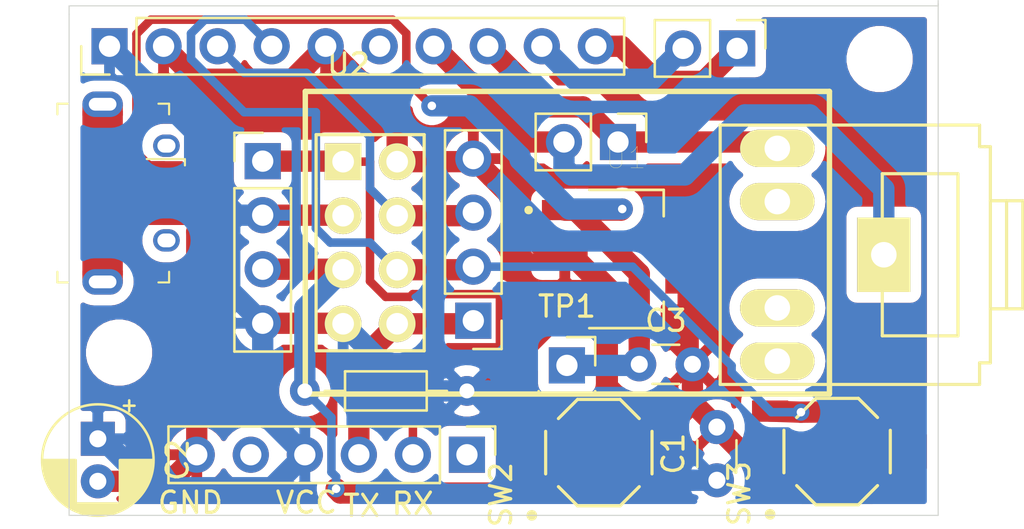
<source format=kicad_pcb>
(kicad_pcb (version 20171130) (host pcbnew 5.1.5+dfsg1-2build2)

  (general
    (thickness 1.6)
    (drawings 6)
    (tracks 174)
    (zones 0)
    (modules 19)
    (nets 17)
  )

  (page A4)
  (layers
    (0 F.Cu signal)
    (31 B.Cu signal)
    (32 B.Adhes user)
    (33 F.Adhes user)
    (34 B.Paste user)
    (35 F.Paste user)
    (36 B.SilkS user)
    (37 F.SilkS user)
    (38 B.Mask user)
    (39 F.Mask user)
    (40 Dwgs.User user)
    (41 Cmts.User user)
    (42 Eco1.User user)
    (43 Eco2.User user)
    (44 Edge.Cuts user)
    (45 Margin user)
    (46 B.CrtYd user)
    (47 F.CrtYd user)
    (48 B.Fab user)
    (49 F.Fab user)
  )

  (setup
    (last_trace_width 0.4)
    (user_trace_width 0.4)
    (user_trace_width 1)
    (trace_clearance 0.2)
    (zone_clearance 0.508)
    (zone_45_only no)
    (trace_min 0.2)
    (via_size 0.8)
    (via_drill 0.4)
    (via_min_size 0.4)
    (via_min_drill 0.3)
    (uvia_size 0.3)
    (uvia_drill 0.1)
    (uvias_allowed no)
    (uvia_min_size 0.2)
    (uvia_min_drill 0.1)
    (edge_width 0.05)
    (segment_width 0.2)
    (pcb_text_width 0.3)
    (pcb_text_size 1.5 1.5)
    (mod_edge_width 0.12)
    (mod_text_size 1 1)
    (mod_text_width 0.15)
    (pad_size 1.524 1.524)
    (pad_drill 0.762)
    (pad_to_mask_clearance 0.051)
    (solder_mask_min_width 0.25)
    (aux_axis_origin 0 0)
    (visible_elements FFFFFF7F)
    (pcbplotparams
      (layerselection 0x010fc_ffffffff)
      (usegerberextensions false)
      (usegerberattributes false)
      (usegerberadvancedattributes false)
      (creategerberjobfile false)
      (excludeedgelayer true)
      (linewidth 0.100000)
      (plotframeref false)
      (viasonmask false)
      (mode 1)
      (useauxorigin false)
      (hpglpennumber 1)
      (hpglpenspeed 20)
      (hpglpendiameter 15.000000)
      (psnegative false)
      (psa4output false)
      (plotreference true)
      (plotvalue true)
      (plotinvisibletext false)
      (padsonsilk false)
      (subtractmaskfromsilk false)
      (outputformat 1)
      (mirror false)
      (drillshape 0)
      (scaleselection 1)
      (outputdirectory "V2"))
  )

  (net 0 "")
  (net 1 +3V3)
  (net 2 GND)
  (net 3 VBUS)
  (net 4 "Net-(J2-Pad5)")
  (net 5 "Net-(J2-Pad3)")
  (net 6 "Net-(J2-Pad2)")
  (net 7 "Net-(J2-Pad1)")
  (net 8 SCL)
  (net 9 SDA)
  (net 10 "Net-(J5-Pad3)")
  (net 11 "Net-(J7-Pad2)")
  (net 12 "Net-(J7-Pad1)")
  (net 13 "Net-(U3-Pad6)")
  (net 14 "Net-(J3-Pad3)")
  (net 15 "Net-(J3-Pad2)")
  (net 16 "Net-(J3-Pad1)")

  (net_class Default "This is the default net class."
    (clearance 0.2)
    (trace_width 0.25)
    (via_dia 0.8)
    (via_drill 0.4)
    (uvia_dia 0.3)
    (uvia_drill 0.1)
    (add_net +3V3)
    (add_net GND)
    (add_net "Net-(J2-Pad1)")
    (add_net "Net-(J2-Pad2)")
    (add_net "Net-(J2-Pad3)")
    (add_net "Net-(J2-Pad5)")
    (add_net "Net-(J3-Pad1)")
    (add_net "Net-(J3-Pad2)")
    (add_net "Net-(J3-Pad3)")
    (add_net "Net-(J5-Pad3)")
    (add_net "Net-(J7-Pad1)")
    (add_net "Net-(J7-Pad2)")
    (add_net "Net-(U3-Pad6)")
    (add_net SCL)
    (add_net SDA)
    (add_net VBUS)
  )

  (module digikey-footprints:USB_Micro_AB_Female_0475890001_DP_PWR_GND (layer F.Cu) (tedit 5F739F59) (tstamp 5F741187)
    (at 141.25 82.8 270)
    (descr http://www.molex.com/pdm_docs/sd/475890001_sd.pdf)
    (path /5F67BB6D)
    (attr smd)
    (fp_text reference J1 (at 0 -2.2 270) (layer F.SilkS) hide
      (effects (font (size 1 1) (thickness 0.15)))
    )
    (fp_text value USB_B_Micro (at 0 6.2 270) (layer F.Fab) hide
      (effects (font (size 1 1) (thickness 0.15)))
    )
    (fp_line (start -5.03 4.93) (end 5.03 4.93) (layer F.CrtYd) (width 0.05))
    (fp_line (start 5.03 -1.2) (end 5.03 4.93) (layer F.CrtYd) (width 0.05))
    (fp_line (start -5.03 -1.2) (end -5.03 4.93) (layer F.CrtYd) (width 0.05))
    (fp_line (start -5.03 -1.2) (end 5.03 -1.2) (layer F.CrtYd) (width 0.05))
    (fp_line (start -1.6002 -0.6223) (end -1.6002 -1.1128) (layer F.SilkS) (width 0.1))
    (fp_line (start -1.6002 -1.1938) (end -1.3002 -1.1938) (layer F.SilkS) (width 0.1))
    (fp_line (start -1.6 -0.6) (end -1.6 0.6) (layer F.SilkS) (width 0.1))
    (fp_line (start 4.2 4.8) (end 4.2 4.3) (layer F.SilkS) (width 0.1))
    (fp_line (start 3.7 4.8) (end 4.2 4.8) (layer F.SilkS) (width 0.1))
    (fp_line (start -4.2 4.8) (end -4.2 4.3) (layer F.SilkS) (width 0.1))
    (fp_line (start -4.2 4.8) (end -3.7 4.8) (layer F.SilkS) (width 0.1))
    (fp_line (start -4.2 -0.45) (end -4.2 0.05) (layer F.SilkS) (width 0.1))
    (fp_line (start -3.7 -0.45) (end -4.2 -0.45) (layer F.SilkS) (width 0.1))
    (fp_line (start 4.2 -0.45) (end 4.2 0.05) (layer F.SilkS) (width 0.1))
    (fp_line (start 4.2 -0.45) (end 3.7 -0.45) (layer F.SilkS) (width 0.1))
    (fp_line (start 4.1 4.675) (end -4.1 4.675) (layer F.Fab) (width 0.1))
    (fp_line (start -4.1 -0.325) (end -4.1 4.675) (layer F.Fab) (width 0.1))
    (fp_line (start 4.1 -0.325) (end 4.1 4.675) (layer F.Fab) (width 0.1))
    (fp_line (start 4.1 -0.325) (end -4.1 -0.325) (layer F.Fab) (width 0.1))
    (pad SH thru_hole oval (at -2.225 -0.325 180) (size 1.25 1.05) (drill oval 0.85 0.65) (layers *.Cu *.Mask))
    (pad SH smd rect (at -3.89 3.575 180) (size 0.1 0.5) (layers F.Cu F.Paste F.Mask))
    (pad SH smd rect (at -3.89 1.775 180) (size 0.1 0.5) (layers F.Cu F.Paste F.Mask))
    (pad SH thru_hole oval (at -4.175 2.675 180) (size 1.9 1.2) (drill oval 1.3 0.6) (layers *.Cu *.Mask))
    (pad SH smd rect (at -3.24 2.675 180) (size 1.9 1.26) (layers F.Cu F.Paste F.Mask))
    (pad SH smd rect (at 3.9 3.575 180) (size 0.1 0.5) (layers F.Cu F.Paste F.Mask))
    (pad SH smd rect (at 1.275 2.675 180) (size 1.9 1.8) (layers F.Cu F.Paste F.Mask))
    (pad 1 smd rect (at -1.3 -0.2032 180) (size 1.778 0.40005) (layers F.Cu F.Paste F.Mask)
      (net 3 VBUS))
    (pad 5 smd rect (at 1.3 -0.2032 180) (size 1.778 0.40005) (layers F.Cu F.Paste F.Mask)
      (net 2 GND))
    (pad SH smd rect (at -1.275 2.675 180) (size 1.9 1.8) (layers F.Cu F.Paste F.Mask))
    (pad SH thru_hole oval (at 4.175 2.675 180) (size 1.9 1.2) (drill oval 1.3 0.6) (layers *.Cu *.Mask))
    (pad SH smd rect (at 3.24 2.675 180) (size 1.9 1.26) (layers F.Cu F.Paste F.Mask))
    (pad SH smd rect (at 3.89 1.775 180) (size 0.1 0.5) (layers F.Cu F.Paste F.Mask))
    (pad SH thru_hole oval (at 2.225 -0.325 180) (size 1.25 1.05) (drill oval 0.85 0.65) (layers *.Cu *.Mask))
  )

  (module Connector_PinSocket_2.54mm:PinSocket_1x01_P2.54mm_Vertical (layer F.Cu) (tedit 5A19A434) (tstamp 5F742EA8)
    (at 160.4 90.9)
    (descr "Through hole straight socket strip, 1x01, 2.54mm pitch, single row (from Kicad 4.0.7), script generated")
    (tags "Through hole socket strip THT 1x01 2.54mm single row")
    (path /5F834784)
    (fp_text reference TP1 (at 0 -2.77) (layer F.SilkS)
      (effects (font (size 1 1) (thickness 0.15)))
    )
    (fp_text value "" (at 0 2.77) (layer F.Fab)
      (effects (font (size 1 1) (thickness 0.15)))
    )
    (fp_text user %R (at -0.15 1.95) (layer F.Fab)
      (effects (font (size 1 1) (thickness 0.15)))
    )
    (fp_line (start -1.8 1.75) (end -1.8 -1.8) (layer F.CrtYd) (width 0.05))
    (fp_line (start 1.75 1.75) (end -1.8 1.75) (layer F.CrtYd) (width 0.05))
    (fp_line (start 1.75 -1.8) (end 1.75 1.75) (layer F.CrtYd) (width 0.05))
    (fp_line (start -1.8 -1.8) (end 1.75 -1.8) (layer F.CrtYd) (width 0.05))
    (fp_line (start 0 -1.33) (end 1.33 -1.33) (layer F.SilkS) (width 0.12))
    (fp_line (start 1.33 -1.33) (end 1.33 0) (layer F.SilkS) (width 0.12))
    (fp_line (start 1.33 1.21) (end 1.33 1.33) (layer F.SilkS) (width 0.12))
    (fp_line (start -1.33 1.21) (end -1.33 1.33) (layer F.SilkS) (width 0.12))
    (fp_line (start -1.33 1.33) (end 1.33 1.33) (layer F.SilkS) (width 0.12))
    (fp_line (start -1.27 1.27) (end -1.27 -1.27) (layer F.Fab) (width 0.1))
    (fp_line (start 1.27 1.27) (end -1.27 1.27) (layer F.Fab) (width 0.1))
    (fp_line (start 1.27 -0.635) (end 1.27 1.27) (layer F.Fab) (width 0.1))
    (fp_line (start 0.635 -1.27) (end 1.27 -0.635) (layer F.Fab) (width 0.1))
    (fp_line (start -1.27 -1.27) (end 0.635 -1.27) (layer F.Fab) (width 0.1))
    (pad 1 thru_hole rect (at 0 0) (size 1.7 1.7) (drill 1) (layers *.Cu *.Mask)
      (net 3 VBUS))
    (model ${KISYS3DMOD}/Connector_PinSocket_2.54mm.3dshapes/PinSocket_1x01_P2.54mm_Vertical.wrl
      (at (xyz 0 0 0))
      (scale (xyz 1 1 1))
      (rotate (xyz 0 0 0))
    )
  )

  (module Capacitor_THT:CP_Radial_D5.0mm_P2.00mm (layer F.Cu) (tedit 5AE50EF0) (tstamp 5F742262)
    (at 138.35 94.35 270)
    (descr "CP, Radial series, Radial, pin pitch=2.00mm, , diameter=5mm, Electrolytic Capacitor")
    (tags "CP Radial series Radial pin pitch 2.00mm  diameter 5mm Electrolytic Capacitor")
    (path /5F692175)
    (fp_text reference C2 (at 1 -3.75 90) (layer F.SilkS)
      (effects (font (size 1 1) (thickness 0.15)))
    )
    (fp_text value 470uF (at 1 3.75 90) (layer F.Fab)
      (effects (font (size 1 1) (thickness 0.15)))
    )
    (fp_text user %R (at 1 0 90) (layer F.Fab)
      (effects (font (size 1 1) (thickness 0.15)))
    )
    (fp_line (start -1.554775 -1.725) (end -1.554775 -1.225) (layer F.SilkS) (width 0.12))
    (fp_line (start -1.804775 -1.475) (end -1.304775 -1.475) (layer F.SilkS) (width 0.12))
    (fp_line (start 3.601 -0.284) (end 3.601 0.284) (layer F.SilkS) (width 0.12))
    (fp_line (start 3.561 -0.518) (end 3.561 0.518) (layer F.SilkS) (width 0.12))
    (fp_line (start 3.521 -0.677) (end 3.521 0.677) (layer F.SilkS) (width 0.12))
    (fp_line (start 3.481 -0.805) (end 3.481 0.805) (layer F.SilkS) (width 0.12))
    (fp_line (start 3.441 -0.915) (end 3.441 0.915) (layer F.SilkS) (width 0.12))
    (fp_line (start 3.401 -1.011) (end 3.401 1.011) (layer F.SilkS) (width 0.12))
    (fp_line (start 3.361 -1.098) (end 3.361 1.098) (layer F.SilkS) (width 0.12))
    (fp_line (start 3.321 -1.178) (end 3.321 1.178) (layer F.SilkS) (width 0.12))
    (fp_line (start 3.281 -1.251) (end 3.281 1.251) (layer F.SilkS) (width 0.12))
    (fp_line (start 3.241 -1.319) (end 3.241 1.319) (layer F.SilkS) (width 0.12))
    (fp_line (start 3.201 -1.383) (end 3.201 1.383) (layer F.SilkS) (width 0.12))
    (fp_line (start 3.161 -1.443) (end 3.161 1.443) (layer F.SilkS) (width 0.12))
    (fp_line (start 3.121 -1.5) (end 3.121 1.5) (layer F.SilkS) (width 0.12))
    (fp_line (start 3.081 -1.554) (end 3.081 1.554) (layer F.SilkS) (width 0.12))
    (fp_line (start 3.041 -1.605) (end 3.041 1.605) (layer F.SilkS) (width 0.12))
    (fp_line (start 3.001 1.04) (end 3.001 1.653) (layer F.SilkS) (width 0.12))
    (fp_line (start 3.001 -1.653) (end 3.001 -1.04) (layer F.SilkS) (width 0.12))
    (fp_line (start 2.961 1.04) (end 2.961 1.699) (layer F.SilkS) (width 0.12))
    (fp_line (start 2.961 -1.699) (end 2.961 -1.04) (layer F.SilkS) (width 0.12))
    (fp_line (start 2.921 1.04) (end 2.921 1.743) (layer F.SilkS) (width 0.12))
    (fp_line (start 2.921 -1.743) (end 2.921 -1.04) (layer F.SilkS) (width 0.12))
    (fp_line (start 2.881 1.04) (end 2.881 1.785) (layer F.SilkS) (width 0.12))
    (fp_line (start 2.881 -1.785) (end 2.881 -1.04) (layer F.SilkS) (width 0.12))
    (fp_line (start 2.841 1.04) (end 2.841 1.826) (layer F.SilkS) (width 0.12))
    (fp_line (start 2.841 -1.826) (end 2.841 -1.04) (layer F.SilkS) (width 0.12))
    (fp_line (start 2.801 1.04) (end 2.801 1.864) (layer F.SilkS) (width 0.12))
    (fp_line (start 2.801 -1.864) (end 2.801 -1.04) (layer F.SilkS) (width 0.12))
    (fp_line (start 2.761 1.04) (end 2.761 1.901) (layer F.SilkS) (width 0.12))
    (fp_line (start 2.761 -1.901) (end 2.761 -1.04) (layer F.SilkS) (width 0.12))
    (fp_line (start 2.721 1.04) (end 2.721 1.937) (layer F.SilkS) (width 0.12))
    (fp_line (start 2.721 -1.937) (end 2.721 -1.04) (layer F.SilkS) (width 0.12))
    (fp_line (start 2.681 1.04) (end 2.681 1.971) (layer F.SilkS) (width 0.12))
    (fp_line (start 2.681 -1.971) (end 2.681 -1.04) (layer F.SilkS) (width 0.12))
    (fp_line (start 2.641 1.04) (end 2.641 2.004) (layer F.SilkS) (width 0.12))
    (fp_line (start 2.641 -2.004) (end 2.641 -1.04) (layer F.SilkS) (width 0.12))
    (fp_line (start 2.601 1.04) (end 2.601 2.035) (layer F.SilkS) (width 0.12))
    (fp_line (start 2.601 -2.035) (end 2.601 -1.04) (layer F.SilkS) (width 0.12))
    (fp_line (start 2.561 1.04) (end 2.561 2.065) (layer F.SilkS) (width 0.12))
    (fp_line (start 2.561 -2.065) (end 2.561 -1.04) (layer F.SilkS) (width 0.12))
    (fp_line (start 2.521 1.04) (end 2.521 2.095) (layer F.SilkS) (width 0.12))
    (fp_line (start 2.521 -2.095) (end 2.521 -1.04) (layer F.SilkS) (width 0.12))
    (fp_line (start 2.481 1.04) (end 2.481 2.122) (layer F.SilkS) (width 0.12))
    (fp_line (start 2.481 -2.122) (end 2.481 -1.04) (layer F.SilkS) (width 0.12))
    (fp_line (start 2.441 1.04) (end 2.441 2.149) (layer F.SilkS) (width 0.12))
    (fp_line (start 2.441 -2.149) (end 2.441 -1.04) (layer F.SilkS) (width 0.12))
    (fp_line (start 2.401 1.04) (end 2.401 2.175) (layer F.SilkS) (width 0.12))
    (fp_line (start 2.401 -2.175) (end 2.401 -1.04) (layer F.SilkS) (width 0.12))
    (fp_line (start 2.361 1.04) (end 2.361 2.2) (layer F.SilkS) (width 0.12))
    (fp_line (start 2.361 -2.2) (end 2.361 -1.04) (layer F.SilkS) (width 0.12))
    (fp_line (start 2.321 1.04) (end 2.321 2.224) (layer F.SilkS) (width 0.12))
    (fp_line (start 2.321 -2.224) (end 2.321 -1.04) (layer F.SilkS) (width 0.12))
    (fp_line (start 2.281 1.04) (end 2.281 2.247) (layer F.SilkS) (width 0.12))
    (fp_line (start 2.281 -2.247) (end 2.281 -1.04) (layer F.SilkS) (width 0.12))
    (fp_line (start 2.241 1.04) (end 2.241 2.268) (layer F.SilkS) (width 0.12))
    (fp_line (start 2.241 -2.268) (end 2.241 -1.04) (layer F.SilkS) (width 0.12))
    (fp_line (start 2.201 1.04) (end 2.201 2.29) (layer F.SilkS) (width 0.12))
    (fp_line (start 2.201 -2.29) (end 2.201 -1.04) (layer F.SilkS) (width 0.12))
    (fp_line (start 2.161 1.04) (end 2.161 2.31) (layer F.SilkS) (width 0.12))
    (fp_line (start 2.161 -2.31) (end 2.161 -1.04) (layer F.SilkS) (width 0.12))
    (fp_line (start 2.121 1.04) (end 2.121 2.329) (layer F.SilkS) (width 0.12))
    (fp_line (start 2.121 -2.329) (end 2.121 -1.04) (layer F.SilkS) (width 0.12))
    (fp_line (start 2.081 1.04) (end 2.081 2.348) (layer F.SilkS) (width 0.12))
    (fp_line (start 2.081 -2.348) (end 2.081 -1.04) (layer F.SilkS) (width 0.12))
    (fp_line (start 2.041 1.04) (end 2.041 2.365) (layer F.SilkS) (width 0.12))
    (fp_line (start 2.041 -2.365) (end 2.041 -1.04) (layer F.SilkS) (width 0.12))
    (fp_line (start 2.001 1.04) (end 2.001 2.382) (layer F.SilkS) (width 0.12))
    (fp_line (start 2.001 -2.382) (end 2.001 -1.04) (layer F.SilkS) (width 0.12))
    (fp_line (start 1.961 1.04) (end 1.961 2.398) (layer F.SilkS) (width 0.12))
    (fp_line (start 1.961 -2.398) (end 1.961 -1.04) (layer F.SilkS) (width 0.12))
    (fp_line (start 1.921 1.04) (end 1.921 2.414) (layer F.SilkS) (width 0.12))
    (fp_line (start 1.921 -2.414) (end 1.921 -1.04) (layer F.SilkS) (width 0.12))
    (fp_line (start 1.881 1.04) (end 1.881 2.428) (layer F.SilkS) (width 0.12))
    (fp_line (start 1.881 -2.428) (end 1.881 -1.04) (layer F.SilkS) (width 0.12))
    (fp_line (start 1.841 1.04) (end 1.841 2.442) (layer F.SilkS) (width 0.12))
    (fp_line (start 1.841 -2.442) (end 1.841 -1.04) (layer F.SilkS) (width 0.12))
    (fp_line (start 1.801 1.04) (end 1.801 2.455) (layer F.SilkS) (width 0.12))
    (fp_line (start 1.801 -2.455) (end 1.801 -1.04) (layer F.SilkS) (width 0.12))
    (fp_line (start 1.761 1.04) (end 1.761 2.468) (layer F.SilkS) (width 0.12))
    (fp_line (start 1.761 -2.468) (end 1.761 -1.04) (layer F.SilkS) (width 0.12))
    (fp_line (start 1.721 1.04) (end 1.721 2.48) (layer F.SilkS) (width 0.12))
    (fp_line (start 1.721 -2.48) (end 1.721 -1.04) (layer F.SilkS) (width 0.12))
    (fp_line (start 1.68 1.04) (end 1.68 2.491) (layer F.SilkS) (width 0.12))
    (fp_line (start 1.68 -2.491) (end 1.68 -1.04) (layer F.SilkS) (width 0.12))
    (fp_line (start 1.64 1.04) (end 1.64 2.501) (layer F.SilkS) (width 0.12))
    (fp_line (start 1.64 -2.501) (end 1.64 -1.04) (layer F.SilkS) (width 0.12))
    (fp_line (start 1.6 1.04) (end 1.6 2.511) (layer F.SilkS) (width 0.12))
    (fp_line (start 1.6 -2.511) (end 1.6 -1.04) (layer F.SilkS) (width 0.12))
    (fp_line (start 1.56 1.04) (end 1.56 2.52) (layer F.SilkS) (width 0.12))
    (fp_line (start 1.56 -2.52) (end 1.56 -1.04) (layer F.SilkS) (width 0.12))
    (fp_line (start 1.52 1.04) (end 1.52 2.528) (layer F.SilkS) (width 0.12))
    (fp_line (start 1.52 -2.528) (end 1.52 -1.04) (layer F.SilkS) (width 0.12))
    (fp_line (start 1.48 1.04) (end 1.48 2.536) (layer F.SilkS) (width 0.12))
    (fp_line (start 1.48 -2.536) (end 1.48 -1.04) (layer F.SilkS) (width 0.12))
    (fp_line (start 1.44 1.04) (end 1.44 2.543) (layer F.SilkS) (width 0.12))
    (fp_line (start 1.44 -2.543) (end 1.44 -1.04) (layer F.SilkS) (width 0.12))
    (fp_line (start 1.4 1.04) (end 1.4 2.55) (layer F.SilkS) (width 0.12))
    (fp_line (start 1.4 -2.55) (end 1.4 -1.04) (layer F.SilkS) (width 0.12))
    (fp_line (start 1.36 1.04) (end 1.36 2.556) (layer F.SilkS) (width 0.12))
    (fp_line (start 1.36 -2.556) (end 1.36 -1.04) (layer F.SilkS) (width 0.12))
    (fp_line (start 1.32 1.04) (end 1.32 2.561) (layer F.SilkS) (width 0.12))
    (fp_line (start 1.32 -2.561) (end 1.32 -1.04) (layer F.SilkS) (width 0.12))
    (fp_line (start 1.28 1.04) (end 1.28 2.565) (layer F.SilkS) (width 0.12))
    (fp_line (start 1.28 -2.565) (end 1.28 -1.04) (layer F.SilkS) (width 0.12))
    (fp_line (start 1.24 1.04) (end 1.24 2.569) (layer F.SilkS) (width 0.12))
    (fp_line (start 1.24 -2.569) (end 1.24 -1.04) (layer F.SilkS) (width 0.12))
    (fp_line (start 1.2 1.04) (end 1.2 2.573) (layer F.SilkS) (width 0.12))
    (fp_line (start 1.2 -2.573) (end 1.2 -1.04) (layer F.SilkS) (width 0.12))
    (fp_line (start 1.16 1.04) (end 1.16 2.576) (layer F.SilkS) (width 0.12))
    (fp_line (start 1.16 -2.576) (end 1.16 -1.04) (layer F.SilkS) (width 0.12))
    (fp_line (start 1.12 1.04) (end 1.12 2.578) (layer F.SilkS) (width 0.12))
    (fp_line (start 1.12 -2.578) (end 1.12 -1.04) (layer F.SilkS) (width 0.12))
    (fp_line (start 1.08 1.04) (end 1.08 2.579) (layer F.SilkS) (width 0.12))
    (fp_line (start 1.08 -2.579) (end 1.08 -1.04) (layer F.SilkS) (width 0.12))
    (fp_line (start 1.04 -2.58) (end 1.04 -1.04) (layer F.SilkS) (width 0.12))
    (fp_line (start 1.04 1.04) (end 1.04 2.58) (layer F.SilkS) (width 0.12))
    (fp_line (start 1 -2.58) (end 1 -1.04) (layer F.SilkS) (width 0.12))
    (fp_line (start 1 1.04) (end 1 2.58) (layer F.SilkS) (width 0.12))
    (fp_line (start -0.883605 -1.3375) (end -0.883605 -0.8375) (layer F.Fab) (width 0.1))
    (fp_line (start -1.133605 -1.0875) (end -0.633605 -1.0875) (layer F.Fab) (width 0.1))
    (fp_circle (center 1 0) (end 3.75 0) (layer F.CrtYd) (width 0.05))
    (fp_circle (center 1 0) (end 3.62 0) (layer F.SilkS) (width 0.12))
    (fp_circle (center 1 0) (end 3.5 0) (layer F.Fab) (width 0.1))
    (pad 2 thru_hole circle (at 2 0 270) (size 1.6 1.6) (drill 0.8) (layers *.Cu *.Mask)
      (net 2 GND))
    (pad 1 thru_hole rect (at 0 0 270) (size 1.6 1.6) (drill 0.8) (layers *.Cu *.Mask)
      (net 1 +3V3))
    (model ${KISYS3DMOD}/Capacitor_THT.3dshapes/CP_Radial_D5.0mm_P2.00mm.wrl
      (at (xyz 0 0 0))
      (scale (xyz 1 1 1))
      (rotate (xyz 0 0 0))
    )
  )

  (module UA78M05CDCY:SOT230P700X180-4N (layer F.Cu) (tedit 5F7399BF) (tstamp 5F740CCE)
    (at 163.2 85.9)
    (path /5F7AC9E7)
    (fp_text reference U1 (at -0.025 -4.754) (layer F.SilkS)
      (effects (font (size 1 1) (thickness 0.015)))
    )
    (fp_text value UA78M05CDCY (at 7.595 4.365) (layer F.Fab)
      (effects (font (size 1 1) (thickness 0.015)))
    )
    (fp_line (start 4.225 1.875) (end 4.225 -1.875) (layer F.CrtYd) (width 0.05))
    (fp_line (start 2 1.875) (end 4.225 1.875) (layer F.CrtYd) (width 0.05))
    (fp_line (start 2 3.5) (end 2 1.875) (layer F.CrtYd) (width 0.05))
    (fp_line (start -2 3.5) (end 2 3.5) (layer F.CrtYd) (width 0.05))
    (fp_line (start -2 3.025) (end -2 3.5) (layer F.CrtYd) (width 0.05))
    (fp_line (start -4.225 3.025) (end -2 3.025) (layer F.CrtYd) (width 0.05))
    (fp_line (start -4.225 -3.025) (end -4.225 3.025) (layer F.CrtYd) (width 0.05))
    (fp_line (start -2 -3.025) (end -4.225 -3.025) (layer F.CrtYd) (width 0.05))
    (fp_line (start -2 -3.5) (end -2 -3.025) (layer F.CrtYd) (width 0.05))
    (fp_line (start 2 -3.5) (end -2 -3.5) (layer F.CrtYd) (width 0.05))
    (fp_line (start 2 -1.875) (end 2 -3.5) (layer F.CrtYd) (width 0.05))
    (fp_line (start 4.225 -1.875) (end 2 -1.875) (layer F.CrtYd) (width 0.05))
    (fp_line (start -1.75 3.25) (end 1.75 3.25) (layer F.SilkS) (width 0.127))
    (fp_line (start 1.75 3.25) (end 1.75 2.01) (layer F.SilkS) (width 0.127))
    (fp_line (start -1.75 -3.25) (end 1.75 -3.25) (layer F.SilkS) (width 0.127))
    (fp_line (start 1.75 3.25) (end -1.75 3.25) (layer F.Fab) (width 0.127))
    (fp_line (start 1.75 -3.25) (end -1.75 -3.25) (layer F.Fab) (width 0.127))
    (fp_line (start 1.75 -3.25) (end 1.75 -2.01) (layer F.SilkS) (width 0.127))
    (fp_line (start -1.75 -3.25) (end -1.75 3.25) (layer F.Fab) (width 0.127))
    (fp_line (start 1.75 -3.25) (end 1.75 3.25) (layer F.Fab) (width 0.127))
    (fp_circle (center -4.6 -2.3) (end -4.5 -2.3) (layer F.Fab) (width 0.2))
    (fp_circle (center -4.6 -2.3) (end -4.5 -2.3) (layer F.SilkS) (width 0.2))
    (pad 4 smd rect (at 2.9 0) (size 2.15 3.25) (layers F.Cu F.Paste F.Mask)
      (net 2 GND))
    (pad 3 smd rect (at -2.9 2.3) (size 2.15 0.95) (layers F.Cu F.Paste F.Mask)
      (net 1 +3V3))
    (pad 2 smd rect (at -2.9 0) (size 2.15 0.95) (layers F.Cu F.Paste F.Mask)
      (net 2 GND))
    (pad 1 smd rect (at -2.9 -2.3) (size 2.15 0.95) (layers F.Cu F.Paste F.Mask)
      (net 3 VBUS))
  )

  (module eec:E-Switch-TL3342F160QG-0 (layer F.Cu) (tedit 5EF171BC) (tstamp 5F740CB0)
    (at 173.1 94.95 90)
    (path /5F76E993)
    (fp_text reference SW3 (at -3.599997 -4.600001 90) (layer F.SilkS)
      (effects (font (size 1 1) (thickness 0.15)) (justify left))
    )
    (fp_text value SW_SPST_SM_DP (at 0 0 90) (layer F.SilkS) hide
      (effects (font (size 1.27 1.27) (thickness 0.15)))
    )
    (fp_line (start 2.500002 2.499999) (end -2.499998 2.499999) (layer F.Fab) (width 0.15))
    (fp_line (start 2.500002 -2.500001) (end 2.500002 2.499999) (layer F.Fab) (width 0.15))
    (fp_line (start -2.499998 -2.500001) (end 2.500002 -2.500001) (layer F.Fab) (width 0.15))
    (fp_line (start -2.499998 2.499999) (end -2.499998 -2.500001) (layer F.Fab) (width 0.15))
    (fp_line (start 2.525002 4.024998) (end 2.525002 -4.025) (layer F.CrtYd) (width 0.15))
    (fp_line (start -2.524996 4.024998) (end 2.525002 4.024998) (layer F.CrtYd) (width 0.15))
    (fp_line (start -2.524996 -4.025) (end -2.524996 4.024998) (layer F.CrtYd) (width 0.15))
    (fp_line (start 2.525002 -4.025) (end -2.524996 -4.025) (layer F.CrtYd) (width 0.15))
    (fp_line (start 2.525002 -4.025) (end 2.525002 -4.025) (layer F.CrtYd) (width 0.15))
    (fp_line (start -2.499998 -1.000003) (end -1.599997 -1.900001) (layer F.SilkS) (width 0.15))
    (fp_line (start -2.499998 0.999998) (end -1.599997 1.899996) (layer F.SilkS) (width 0.15))
    (fp_line (start 1.600002 1.899996) (end 2.500003 0.999998) (layer F.SilkS) (width 0.15))
    (fp_line (start 1.600002 -1.900001) (end 2.500003 -1.000003) (layer F.SilkS) (width 0.15))
    (fp_line (start -0.999998 -2.500003) (end 1.000003 -2.500003) (layer F.SilkS) (width 0.15))
    (fp_line (start 2.500003 0.999998) (end 2.500003 -1.000003) (layer F.SilkS) (width 0.15))
    (fp_line (start -2.499998 0.999998) (end -2.499998 -1.000003) (layer F.SilkS) (width 0.15))
    (fp_line (start -0.999998 2.499998) (end 1.000003 2.499998) (layer F.SilkS) (width 0.15))
    (fp_circle (center -2.949997 -3.150001) (end -2.824996 -3.150001) (layer F.SilkS) (width 0.249999))
    (pad 4 smd rect (at 1.900001 3.149996 180) (size 1.699999 1.000001) (layers F.Cu F.Paste F.Mask)
      (net 9 SDA))
    (pad 3 smd rect (at 1.900001 -3.150001 180) (size 1.699999 1.000001) (layers F.Cu F.Paste F.Mask)
      (net 9 SDA))
    (pad 2 smd rect (at -1.899996 3.149996 180) (size 1.699999 1.000001) (layers F.Cu F.Paste F.Mask)
      (net 2 GND))
    (pad 1 smd rect (at -1.899996 -3.150001 180) (size 1.699999 1.000001) (layers F.Cu F.Paste F.Mask)
      (net 2 GND))
  )

  (module eec:E-Switch-TL3342F160QG-0 (layer F.Cu) (tedit 5EF171BC) (tstamp 5F740C96)
    (at 161.9 95 90)
    (path /5F76AB89)
    (fp_text reference SW2 (at -3.599997 -4.600001 90) (layer F.SilkS)
      (effects (font (size 1 1) (thickness 0.15)) (justify left))
    )
    (fp_text value SW_SPST_SM_DP (at 0 0 90) (layer F.SilkS) hide
      (effects (font (size 1.27 1.27) (thickness 0.15)))
    )
    (fp_line (start 2.500002 2.499999) (end -2.499998 2.499999) (layer F.Fab) (width 0.15))
    (fp_line (start 2.500002 -2.500001) (end 2.500002 2.499999) (layer F.Fab) (width 0.15))
    (fp_line (start -2.499998 -2.500001) (end 2.500002 -2.500001) (layer F.Fab) (width 0.15))
    (fp_line (start -2.499998 2.499999) (end -2.499998 -2.500001) (layer F.Fab) (width 0.15))
    (fp_line (start 2.525002 4.024998) (end 2.525002 -4.025) (layer F.CrtYd) (width 0.15))
    (fp_line (start -2.524996 4.024998) (end 2.525002 4.024998) (layer F.CrtYd) (width 0.15))
    (fp_line (start -2.524996 -4.025) (end -2.524996 4.024998) (layer F.CrtYd) (width 0.15))
    (fp_line (start 2.525002 -4.025) (end -2.524996 -4.025) (layer F.CrtYd) (width 0.15))
    (fp_line (start 2.525002 -4.025) (end 2.525002 -4.025) (layer F.CrtYd) (width 0.15))
    (fp_line (start -2.499998 -1.000003) (end -1.599997 -1.900001) (layer F.SilkS) (width 0.15))
    (fp_line (start -2.499998 0.999998) (end -1.599997 1.899996) (layer F.SilkS) (width 0.15))
    (fp_line (start 1.600002 1.899996) (end 2.500003 0.999998) (layer F.SilkS) (width 0.15))
    (fp_line (start 1.600002 -1.900001) (end 2.500003 -1.000003) (layer F.SilkS) (width 0.15))
    (fp_line (start -0.999998 -2.500003) (end 1.000003 -2.500003) (layer F.SilkS) (width 0.15))
    (fp_line (start 2.500003 0.999998) (end 2.500003 -1.000003) (layer F.SilkS) (width 0.15))
    (fp_line (start -2.499998 0.999998) (end -2.499998 -1.000003) (layer F.SilkS) (width 0.15))
    (fp_line (start -0.999998 2.499998) (end 1.000003 2.499998) (layer F.SilkS) (width 0.15))
    (fp_circle (center -2.949997 -3.150001) (end -2.824996 -3.150001) (layer F.SilkS) (width 0.249999))
    (pad 4 smd rect (at 1.900001 3.149996 180) (size 1.699999 1.000001) (layers F.Cu F.Paste F.Mask)
      (net 2 GND))
    (pad 3 smd rect (at 1.900001 -3.150001 180) (size 1.699999 1.000001) (layers F.Cu F.Paste F.Mask)
      (net 2 GND))
    (pad 2 smd rect (at -1.899996 3.149996 180) (size 1.699999 1.000001) (layers F.Cu F.Paste F.Mask)
      (net 10 "Net-(J5-Pad3)"))
    (pad 1 smd rect (at -1.899996 -3.150001 180) (size 1.699999 1.000001) (layers F.Cu F.Paste F.Mask)
      (net 10 "Net-(J5-Pad3)"))
  )

  (module Capacitor_THT:C_Disc_D3.0mm_W1.6mm_P2.50mm (layer F.Cu) (tedit 5AE50EF0) (tstamp 5F740B14)
    (at 163.8 90.85)
    (descr "C, Disc series, Radial, pin pitch=2.50mm, , diameter*width=3.0*1.6mm^2, Capacitor, http://www.vishay.com/docs/45233/krseries.pdf")
    (tags "C Disc series Radial pin pitch 2.50mm  diameter 3.0mm width 1.6mm Capacitor")
    (path /5F7553AD)
    (fp_text reference C3 (at 1.25 -2.05) (layer F.SilkS)
      (effects (font (size 1 1) (thickness 0.15)))
    )
    (fp_text value 0.33uF (at 1.25 2.05) (layer F.Fab)
      (effects (font (size 1 1) (thickness 0.15)))
    )
    (fp_text user %R (at 1.25 0) (layer F.Fab)
      (effects (font (size 0.6 0.6) (thickness 0.09)))
    )
    (fp_line (start 3.55 -1.05) (end -1.05 -1.05) (layer F.CrtYd) (width 0.05))
    (fp_line (start 3.55 1.05) (end 3.55 -1.05) (layer F.CrtYd) (width 0.05))
    (fp_line (start -1.05 1.05) (end 3.55 1.05) (layer F.CrtYd) (width 0.05))
    (fp_line (start -1.05 -1.05) (end -1.05 1.05) (layer F.CrtYd) (width 0.05))
    (fp_line (start 0.621 0.92) (end 1.879 0.92) (layer F.SilkS) (width 0.12))
    (fp_line (start 0.621 -0.92) (end 1.879 -0.92) (layer F.SilkS) (width 0.12))
    (fp_line (start 2.75 -0.8) (end -0.25 -0.8) (layer F.Fab) (width 0.1))
    (fp_line (start 2.75 0.8) (end 2.75 -0.8) (layer F.Fab) (width 0.1))
    (fp_line (start -0.25 0.8) (end 2.75 0.8) (layer F.Fab) (width 0.1))
    (fp_line (start -0.25 -0.8) (end -0.25 0.8) (layer F.Fab) (width 0.1))
    (pad 2 thru_hole circle (at 2.5 0) (size 1.6 1.6) (drill 0.8) (layers *.Cu *.Mask)
      (net 2 GND))
    (pad 1 thru_hole circle (at 0 0) (size 1.6 1.6) (drill 0.8) (layers *.Cu *.Mask)
      (net 3 VBUS))
    (model ${KISYS3DMOD}/Capacitor_THT.3dshapes/C_Disc_D3.0mm_W1.6mm_P2.50mm.wrl
      (at (xyz 0 0 0))
      (scale (xyz 1 1 1))
      (rotate (xyz 0 0 0))
    )
  )

  (module Capacitor_THT:C_Disc_D3.0mm_W1.6mm_P2.50mm (layer F.Cu) (tedit 5AE50EF0) (tstamp 5F740AF3)
    (at 167.45 96.3 90)
    (descr "C, Disc series, Radial, pin pitch=2.50mm, , diameter*width=3.0*1.6mm^2, Capacitor, http://www.vishay.com/docs/45233/krseries.pdf")
    (tags "C Disc series Radial pin pitch 2.50mm  diameter 3.0mm width 1.6mm Capacitor")
    (path /5F75345F)
    (fp_text reference C1 (at 1.25 -2.05 90) (layer F.SilkS)
      (effects (font (size 1 1) (thickness 0.15)))
    )
    (fp_text value 0.1uF (at 1.25 2.05 90) (layer F.Fab)
      (effects (font (size 1 1) (thickness 0.15)))
    )
    (fp_text user %R (at 1.25 0 90) (layer F.Fab)
      (effects (font (size 0.6 0.6) (thickness 0.09)))
    )
    (fp_line (start 3.55 -1.05) (end -1.05 -1.05) (layer F.CrtYd) (width 0.05))
    (fp_line (start 3.55 1.05) (end 3.55 -1.05) (layer F.CrtYd) (width 0.05))
    (fp_line (start -1.05 1.05) (end 3.55 1.05) (layer F.CrtYd) (width 0.05))
    (fp_line (start -1.05 -1.05) (end -1.05 1.05) (layer F.CrtYd) (width 0.05))
    (fp_line (start 0.621 0.92) (end 1.879 0.92) (layer F.SilkS) (width 0.12))
    (fp_line (start 0.621 -0.92) (end 1.879 -0.92) (layer F.SilkS) (width 0.12))
    (fp_line (start 2.75 -0.8) (end -0.25 -0.8) (layer F.Fab) (width 0.1))
    (fp_line (start 2.75 0.8) (end 2.75 -0.8) (layer F.Fab) (width 0.1))
    (fp_line (start -0.25 0.8) (end 2.75 0.8) (layer F.Fab) (width 0.1))
    (fp_line (start -0.25 -0.8) (end -0.25 0.8) (layer F.Fab) (width 0.1))
    (pad 2 thru_hole circle (at 2.5 0 90) (size 1.6 1.6) (drill 0.8) (layers *.Cu *.Mask)
      (net 2 GND))
    (pad 1 thru_hole circle (at 0 0 90) (size 1.6 1.6) (drill 0.8) (layers *.Cu *.Mask)
      (net 1 +3V3))
    (model ${KISYS3DMOD}/Capacitor_THT.3dshapes/C_Disc_D3.0mm_W1.6mm_P2.50mm.wrl
      (at (xyz 0 0 0))
      (scale (xyz 1 1 1))
      (rotate (xyz 0 0 0))
    )
  )

  (module MountingHole:MountingHole_2.1mm (layer F.Cu) (tedit 5B924765) (tstamp 5F6927CD)
    (at 139.35 90.3)
    (descr "Mounting Hole 2.1mm, no annular")
    (tags "mounting hole 2.1mm no annular")
    (attr virtual)
    (fp_text reference REF** (at 0 -3.2) (layer F.SilkS) hide
      (effects (font (size 1 1) (thickness 0.15)))
    )
    (fp_text value MountingHole_2.1mm (at 0 3.2) (layer F.Fab) hide
      (effects (font (size 1 1) (thickness 0.15)))
    )
    (fp_text user %R (at 0.3 0) (layer F.Fab) hide
      (effects (font (size 1 1) (thickness 0.15)))
    )
    (fp_circle (center 0 0) (end 2.1 0) (layer Cmts.User) (width 0.15))
    (fp_circle (center 0 0) (end 2.35 0) (layer F.CrtYd) (width 0.05))
    (pad "" np_thru_hole circle (at 0 0) (size 2.1 2.1) (drill 2.1) (layers *.Cu *.Mask))
  )

  (module MountingHole:MountingHole_2.1mm (layer F.Cu) (tedit 5B924765) (tstamp 5F69274F)
    (at 175.1 76.5)
    (descr "Mounting Hole 2.1mm, no annular")
    (tags "mounting hole 2.1mm no annular")
    (attr virtual)
    (fp_text reference REF** (at 0 -3.2) (layer F.SilkS) hide
      (effects (font (size 1 1) (thickness 0.15)))
    )
    (fp_text value MountingHole_2.1mm (at 0 3.2) (layer F.Fab) hide
      (effects (font (size 1 1) (thickness 0.15)))
    )
    (fp_circle (center 0 0) (end 2.35 0) (layer F.CrtYd) (width 0.05))
    (fp_circle (center 0 0) (end 2.1 0) (layer Cmts.User) (width 0.15))
    (fp_text user %R (at 0.3 0) (layer F.Fab) hide
      (effects (font (size 1 1) (thickness 0.15)))
    )
    (pad "" np_thru_hole circle (at 0 0) (size 2.1 2.1) (drill 2.1) (layers *.Cu *.Mask))
  )

  (module audio35mm:Tayda_3.5mm_stereo_TRS_jack_A-853 (layer F.Cu) (tedit 56D1364A) (tstamp 5F691505)
    (at 173.7 85.7 270)
    (path /5F695121)
    (fp_text reference J3 (at -4.318 7.112 90) (layer F.SilkS) hide
      (effects (font (size 0.8 0.8) (thickness 0.15)))
    )
    (fp_text value AudioJack3_GroundPinNumbers (at 0 0.508 90) (layer F.SilkS) hide
      (effects (font (size 0.6 0.6) (thickness 0.1)))
    )
    (fp_line (start 6.096 6.096) (end -6.096 6.096) (layer F.SilkS) (width 0.15))
    (fp_line (start 6.096 -6.096) (end 6.096 6.096) (layer F.SilkS) (width 0.15))
    (fp_line (start -6.096 6.096) (end -6.096 -6.096) (layer F.SilkS) (width 0.15))
    (fp_line (start -2.54 -8.128) (end 2.54 -8.128) (layer F.SilkS) (width 0.15))
    (fp_line (start 5.08 -6.604) (end 5.08 -6.096) (layer F.SilkS) (width 0.15))
    (fp_line (start -5.08 -6.604) (end 5.08 -6.604) (layer F.SilkS) (width 0.15))
    (fp_line (start -5.08 -6.35) (end -5.08 -6.604) (layer F.SilkS) (width 0.15))
    (fp_line (start -5.08 -6.096) (end -5.08 -6.35) (layer F.SilkS) (width 0.15))
    (fp_line (start -2.54 -7.366) (end 2.54 -7.366) (layer F.SilkS) (width 0.15))
    (fp_line (start 2.54 -6.604) (end 2.54 -8.128) (layer F.SilkS) (width 0.15))
    (fp_line (start -2.54 -8.128) (end -2.54 -6.604) (layer F.SilkS) (width 0.15))
    (fp_line (start 6.096 -6.096) (end 5.08 -6.096) (layer F.SilkS) (width 0.15))
    (fp_line (start -5.08 -6.096) (end -6.096 -6.096) (layer F.SilkS) (width 0.15))
    (fp_line (start 3.81 -1.524) (end 1.778 -1.524) (layer F.SilkS) (width 0.15))
    (fp_line (start 3.81 -5.08) (end 3.81 -1.524) (layer F.SilkS) (width 0.15))
    (fp_line (start -3.81 -5.08) (end 3.81 -5.08) (layer F.SilkS) (width 0.15))
    (fp_line (start -3.81 -1.524) (end -3.81 -5.08) (layer F.SilkS) (width 0.15))
    (fp_line (start -1.778 -1.524) (end -3.81 -1.524) (layer F.SilkS) (width 0.15))
    (pad 5 thru_hole oval (at -2.5 3.41 270) (size 1.75 3.5) (drill 1.2) (layers *.Cu *.Mask F.SilkS))
    (pad 4 thru_hole oval (at 2.5 3.41 270) (size 1.75 3.5) (drill 1.2) (layers *.Cu *.Mask F.SilkS))
    (pad 3 thru_hole oval (at -5 3.41 270) (size 1.75 3.5) (drill 1.2) (layers *.Cu *.Mask F.SilkS)
      (net 14 "Net-(J3-Pad3)"))
    (pad 2 thru_hole oval (at 5 3.41 270) (size 1.75 3.5) (drill 1.2) (layers *.Cu *.Mask F.SilkS)
      (net 15 "Net-(J3-Pad2)"))
    (pad 1 thru_hole rect (at 0 -1.596 270) (size 3.5 2.5) (drill 1.2) (layers *.Cu *.Mask F.SilkS)
      (net 16 "Net-(J3-Pad1)"))
  )

  (module Connector_PinHeader_2.54mm:PinHeader_1x04_P2.54mm_Vertical (layer F.Cu) (tedit 59FED5CC) (tstamp 5F6A119F)
    (at 146.1 81.3)
    (descr "Through hole straight pin header, 1x04, 2.54mm pitch, single row")
    (tags "Through hole pin header THT 1x04 2.54mm single row")
    (path /5F69E66D)
    (fp_text reference J5 (at 0 -2.33) (layer F.SilkS) hide
      (effects (font (size 1 1) (thickness 0.15)))
    )
    (fp_text value 0 (at 0 9.95) (layer F.Fab) hide
      (effects (font (size 1 1) (thickness 0.15)))
    )
    (fp_text user %R (at 0 3.81 90) (layer F.Fab) hide
      (effects (font (size 1 1) (thickness 0.15)))
    )
    (fp_line (start 1.8 -1.8) (end -1.8 -1.8) (layer F.CrtYd) (width 0.05))
    (fp_line (start 1.8 9.4) (end 1.8 -1.8) (layer F.CrtYd) (width 0.05))
    (fp_line (start -1.8 9.4) (end 1.8 9.4) (layer F.CrtYd) (width 0.05))
    (fp_line (start -1.8 -1.8) (end -1.8 9.4) (layer F.CrtYd) (width 0.05))
    (fp_line (start -1.33 -1.33) (end 0 -1.33) (layer F.SilkS) (width 0.12))
    (fp_line (start -1.33 0) (end -1.33 -1.33) (layer F.SilkS) (width 0.12))
    (fp_line (start -1.33 1.27) (end 1.33 1.27) (layer F.SilkS) (width 0.12))
    (fp_line (start 1.33 1.27) (end 1.33 8.95) (layer F.SilkS) (width 0.12))
    (fp_line (start -1.33 1.27) (end -1.33 8.95) (layer F.SilkS) (width 0.12))
    (fp_line (start -1.33 8.95) (end 1.33 8.95) (layer F.SilkS) (width 0.12))
    (fp_line (start -1.27 -0.635) (end -0.635 -1.27) (layer F.Fab) (width 0.1))
    (fp_line (start -1.27 8.89) (end -1.27 -0.635) (layer F.Fab) (width 0.1))
    (fp_line (start 1.27 8.89) (end -1.27 8.89) (layer F.Fab) (width 0.1))
    (fp_line (start 1.27 -1.27) (end 1.27 8.89) (layer F.Fab) (width 0.1))
    (fp_line (start -0.635 -1.27) (end 1.27 -1.27) (layer F.Fab) (width 0.1))
    (pad 4 thru_hole oval (at 0 7.62) (size 1.7 1.7) (drill 1) (layers *.Cu *.Mask)
      (net 1 +3V3))
    (pad 3 thru_hole oval (at 0 5.08) (size 1.7 1.7) (drill 1) (layers *.Cu *.Mask)
      (net 10 "Net-(J5-Pad3)"))
    (pad 2 thru_hole oval (at 0 2.54) (size 1.7 1.7) (drill 1) (layers *.Cu *.Mask)
      (net 1 +3V3))
    (pad 1 thru_hole rect (at 0 0) (size 1.7 1.7) (drill 1) (layers *.Cu *.Mask)
      (net 6 "Net-(J2-Pad2)"))
    (model ${KISYS3DMOD}/Connector_PinHeader_2.54mm.3dshapes/PinHeader_1x04_P2.54mm_Vertical.wrl
      (at (xyz 0 0 0))
      (scale (xyz 1 1 1))
      (rotate (xyz 0 0 0))
    )
  )

  (module Connector_PinHeader_2.54mm:PinHeader_1x10_P2.54mm_Vertical (layer F.Cu) (tedit 59FED5CC) (tstamp 5F6A1895)
    (at 138.9 75.9 90)
    (descr "Through hole straight pin header, 1x10, 2.54mm pitch, single row")
    (tags "Through hole pin header THT 1x10 2.54mm single row")
    (path /5F6B29E2)
    (fp_text reference U3 (at 0 -2.33 90) (layer F.SilkS) hide
      (effects (font (size 1 1) (thickness 0.15)))
    )
    (fp_text value ADS1115 (at 0 25.19 90) (layer F.Fab) hide
      (effects (font (size 1 1) (thickness 0.15)))
    )
    (fp_text user %R (at 0 11.43) (layer F.Fab)
      (effects (font (size 1 1) (thickness 0.15)))
    )
    (fp_line (start 1.8 -1.8) (end -1.8 -1.8) (layer F.CrtYd) (width 0.05))
    (fp_line (start 1.8 24.65) (end 1.8 -1.8) (layer F.CrtYd) (width 0.05))
    (fp_line (start -1.8 24.65) (end 1.8 24.65) (layer F.CrtYd) (width 0.05))
    (fp_line (start -1.8 -1.8) (end -1.8 24.65) (layer F.CrtYd) (width 0.05))
    (fp_line (start -1.33 -1.33) (end 0 -1.33) (layer F.SilkS) (width 0.12))
    (fp_line (start -1.33 0) (end -1.33 -1.33) (layer F.SilkS) (width 0.12))
    (fp_line (start -1.33 1.27) (end 1.33 1.27) (layer F.SilkS) (width 0.12))
    (fp_line (start 1.33 1.27) (end 1.33 24.19) (layer F.SilkS) (width 0.12))
    (fp_line (start -1.33 1.27) (end -1.33 24.19) (layer F.SilkS) (width 0.12))
    (fp_line (start -1.33 24.19) (end 1.33 24.19) (layer F.SilkS) (width 0.12))
    (fp_line (start -1.27 -0.635) (end -0.635 -1.27) (layer F.Fab) (width 0.1))
    (fp_line (start -1.27 24.13) (end -1.27 -0.635) (layer F.Fab) (width 0.1))
    (fp_line (start 1.27 24.13) (end -1.27 24.13) (layer F.Fab) (width 0.1))
    (fp_line (start 1.27 -1.27) (end 1.27 24.13) (layer F.Fab) (width 0.1))
    (fp_line (start -0.635 -1.27) (end 1.27 -1.27) (layer F.Fab) (width 0.1))
    (pad 10 thru_hole oval (at 0 22.86 90) (size 1.7 1.7) (drill 1) (layers *.Cu *.Mask)
      (net 12 "Net-(J7-Pad1)"))
    (pad 9 thru_hole oval (at 0 20.32 90) (size 1.7 1.7) (drill 1) (layers *.Cu *.Mask)
      (net 11 "Net-(J7-Pad2)"))
    (pad 8 thru_hole oval (at 0 17.78 90) (size 1.7 1.7) (drill 1) (layers *.Cu *.Mask)
      (net 14 "Net-(J3-Pad3)"))
    (pad 7 thru_hole oval (at 0 15.24 90) (size 1.7 1.7) (drill 1) (layers *.Cu *.Mask)
      (net 16 "Net-(J3-Pad1)"))
    (pad 6 thru_hole oval (at 0 12.7 90) (size 1.7 1.7) (drill 1) (layers *.Cu *.Mask)
      (net 13 "Net-(U3-Pad6)"))
    (pad 5 thru_hole oval (at 0 10.16 90) (size 1.7 1.7) (drill 1) (layers *.Cu *.Mask)
      (net 2 GND))
    (pad 4 thru_hole oval (at 0 7.62 90) (size 1.7 1.7) (drill 1) (layers *.Cu *.Mask)
      (net 9 SDA))
    (pad 3 thru_hole oval (at 0 5.08 90) (size 1.7 1.7) (drill 1) (layers *.Cu *.Mask)
      (net 8 SCL))
    (pad 2 thru_hole oval (at 0 2.54 90) (size 1.7 1.7) (drill 1) (layers *.Cu *.Mask)
      (net 2 GND))
    (pad 1 thru_hole rect (at 0 0 90) (size 1.7 1.7) (drill 1) (layers *.Cu *.Mask)
      (net 1 +3V3))
    (model ${KISYS3DMOD}/Connector_PinHeader_2.54mm.3dshapes/PinHeader_1x10_P2.54mm_Vertical.wrl
      (at (xyz 0 0 0))
      (scale (xyz 1 1 1))
      (rotate (xyz 0 0 0))
    )
  )

  (module ESP8266:ESP-01 (layer F.Cu) (tedit 577EF889) (tstamp 5F6A5D1A)
    (at 149.880225 81.324)
    (descr "Module, ESP-8266, ESP-01, 8 pin")
    (tags "Module ESP-8266 ESP8266")
    (path /5F67B525)
    (fp_text reference U2 (at 0.254 -4.572) (layer F.SilkS)
      (effects (font (size 1 1) (thickness 0.15)))
    )
    (fp_text value ESP-01v090 (at 4.619775 -2.124) (layer F.Fab) hide
      (effects (font (size 1 1) (thickness 0.15)))
    )
    (fp_line (start 3.81 -1.27) (end 1.27 -1.27) (layer F.SilkS) (width 0.1524))
    (fp_line (start 3.81 8.89) (end 3.81 -1.27) (layer F.SilkS) (width 0.1524))
    (fp_line (start -1.27 8.89) (end 3.81 8.89) (layer F.SilkS) (width 0.1524))
    (fp_line (start -1.27 1.27) (end -1.27 8.89) (layer F.SilkS) (width 0.1524))
    (fp_line (start -1.75 9.4) (end 4.3 9.4) (layer F.CrtYd) (width 0.05))
    (fp_line (start -1.75 -1.75) (end 4.3 -1.75) (layer F.CrtYd) (width 0.05))
    (fp_line (start 4.3 -1.75) (end 4.3 9.4) (layer F.CrtYd) (width 0.05))
    (fp_line (start -1.75 -1.75) (end -1.75 9.4) (layer F.CrtYd) (width 0.05))
    (fp_line (start -1.27 -1.27) (end -1.27 1.27) (layer F.SilkS) (width 0.1524))
    (fp_line (start 1.27 -1.27) (end -1.27 -1.27) (layer F.SilkS) (width 0.1524))
    (fp_line (start -1.778 10.922) (end -1.778 -3.302) (layer F.Fab) (width 0.05))
    (fp_line (start 22.86 10.922) (end -1.778 10.922) (layer F.Fab) (width 0.05))
    (fp_line (start 22.86 -3.302) (end 22.86 10.922) (layer F.Fab) (width 0.05))
    (fp_line (start -1.778 -3.302) (end 22.86 -3.302) (layer F.Fab) (width 0.05))
    (fp_line (start -1.778 10.922) (end -1.778 -3.302) (layer F.SilkS) (width 0.254))
    (fp_line (start 22.86 10.922) (end -1.778 10.922) (layer F.SilkS) (width 0.254))
    (fp_line (start 22.86 -3.302) (end 22.86 10.922) (layer F.SilkS) (width 0.254))
    (fp_line (start -1.778 -3.302) (end 22.86 -3.302) (layer F.SilkS) (width 0.254))
    (pad 8 thru_hole oval (at 2.54 7.62) (size 1.7272 1.7272) (drill 1.016) (layers *.Cu *.Mask F.SilkS)
      (net 5 "Net-(J2-Pad3)"))
    (pad 7 thru_hole oval (at 0 7.62) (size 1.7272 1.7272) (drill 1.016) (layers *.Cu *.Mask F.SilkS)
      (net 1 +3V3))
    (pad 6 thru_hole oval (at 2.54 5.08) (size 1.7272 1.7272) (drill 1.016) (layers *.Cu *.Mask F.SilkS)
      (net 9 SDA))
    (pad 5 thru_hole oval (at 0 5.08) (size 1.7272 1.7272) (drill 1.016) (layers *.Cu *.Mask F.SilkS)
      (net 10 "Net-(J5-Pad3)"))
    (pad 4 thru_hole oval (at 2.54 2.54) (size 1.7272 1.7272) (drill 1.016) (layers *.Cu *.Mask F.SilkS)
      (net 8 SCL))
    (pad 3 thru_hole oval (at 0 2.54) (size 1.7272 1.7272) (drill 1.016) (layers *.Cu *.Mask F.SilkS)
      (net 1 +3V3))
    (pad 2 thru_hole oval (at 2.54 0) (size 1.7272 1.7272) (drill 1.016) (layers *.Cu *.Mask F.SilkS)
      (net 2 GND))
    (pad 1 thru_hole rect (at 0 0) (size 1.7272 1.7272) (drill 1.016) (layers *.Cu *.Mask F.SilkS)
      (net 6 "Net-(J2-Pad2)"))
  )

  (module Resistor_THT:R_Axial_DIN0204_L3.6mm_D1.6mm_P7.62mm_Horizontal (layer F.Cu) (tedit 5AE5139B) (tstamp 5F6A1227)
    (at 155.7 92.1 180)
    (descr "Resistor, Axial_DIN0204 series, Axial, Horizontal, pin pitch=7.62mm, 0.167W, length*diameter=3.6*1.6mm^2, http://cdn-reichelt.de/documents/datenblatt/B400/1_4W%23YAG.pdf")
    (tags "Resistor Axial_DIN0204 series Axial Horizontal pin pitch 7.62mm 0.167W length 3.6mm diameter 1.6mm")
    (path /5F68FFA4)
    (fp_text reference R4 (at 3.81 -1.92) (layer F.SilkS) hide
      (effects (font (size 1 1) (thickness 0.15)))
    )
    (fp_text value R (at 3.81 1.92) (layer F.Fab) hide
      (effects (font (size 1 1) (thickness 0.15)))
    )
    (fp_text user PU (at 3.81 0) (layer F.Fab)
      (effects (font (size 0.72 0.72) (thickness 0.108)))
    )
    (fp_line (start 8.57 -1.05) (end -0.95 -1.05) (layer F.CrtYd) (width 0.05))
    (fp_line (start 8.57 1.05) (end 8.57 -1.05) (layer F.CrtYd) (width 0.05))
    (fp_line (start -0.95 1.05) (end 8.57 1.05) (layer F.CrtYd) (width 0.05))
    (fp_line (start -0.95 -1.05) (end -0.95 1.05) (layer F.CrtYd) (width 0.05))
    (fp_line (start 6.68 0) (end 5.73 0) (layer F.SilkS) (width 0.12))
    (fp_line (start 0.94 0) (end 1.89 0) (layer F.SilkS) (width 0.12))
    (fp_line (start 5.73 -0.92) (end 1.89 -0.92) (layer F.SilkS) (width 0.12))
    (fp_line (start 5.73 0.92) (end 5.73 -0.92) (layer F.SilkS) (width 0.12))
    (fp_line (start 1.89 0.92) (end 5.73 0.92) (layer F.SilkS) (width 0.12))
    (fp_line (start 1.89 -0.92) (end 1.89 0.92) (layer F.SilkS) (width 0.12))
    (fp_line (start 7.62 0) (end 5.61 0) (layer F.Fab) (width 0.1))
    (fp_line (start 0 0) (end 2.01 0) (layer F.Fab) (width 0.1))
    (fp_line (start 5.61 -0.8) (end 2.01 -0.8) (layer F.Fab) (width 0.1))
    (fp_line (start 5.61 0.8) (end 5.61 -0.8) (layer F.Fab) (width 0.1))
    (fp_line (start 2.01 0.8) (end 5.61 0.8) (layer F.Fab) (width 0.1))
    (fp_line (start 2.01 -0.8) (end 2.01 0.8) (layer F.Fab) (width 0.1))
    (pad 2 thru_hole oval (at 7.62 0 180) (size 1.4 1.4) (drill 0.7) (layers *.Cu *.Mask)
      (net 10 "Net-(J5-Pad3)"))
    (pad 1 thru_hole circle (at 0 0 180) (size 1.4 1.4) (drill 0.7) (layers *.Cu *.Mask)
      (net 1 +3V3))
    (model ${KISYS3DMOD}/Resistor_THT.3dshapes/R_Axial_DIN0204_L3.6mm_D1.6mm_P7.62mm_Horizontal.wrl
      (at (xyz 0 0 0))
      (scale (xyz 1 1 1))
      (rotate (xyz 0 0 0))
    )
  )

  (module Connector_PinHeader_2.54mm:PinHeader_1x02_P2.54mm_Vertical (layer F.Cu) (tedit 59FED5CC) (tstamp 5F6A11CB)
    (at 168.4 76 270)
    (descr "Through hole straight pin header, 1x02, 2.54mm pitch, single row")
    (tags "Through hole pin header THT 1x02 2.54mm single row")
    (path /5F694DC9)
    (fp_text reference J7 (at 0 -2.33 90) (layer F.SilkS) hide
      (effects (font (size 1 1) (thickness 0.15)))
    )
    (fp_text value Conn_01x02_Female (at 0 4.87 90) (layer F.Fab) hide
      (effects (font (size 1 1) (thickness 0.15)))
    )
    (fp_text user %R (at 0 1.27) (layer F.Fab)
      (effects (font (size 1 1) (thickness 0.15)))
    )
    (fp_line (start 1.8 -1.8) (end -1.8 -1.8) (layer F.CrtYd) (width 0.05))
    (fp_line (start 1.8 4.35) (end 1.8 -1.8) (layer F.CrtYd) (width 0.05))
    (fp_line (start -1.8 4.35) (end 1.8 4.35) (layer F.CrtYd) (width 0.05))
    (fp_line (start -1.8 -1.8) (end -1.8 4.35) (layer F.CrtYd) (width 0.05))
    (fp_line (start -1.33 -1.33) (end 0 -1.33) (layer F.SilkS) (width 0.12))
    (fp_line (start -1.33 0) (end -1.33 -1.33) (layer F.SilkS) (width 0.12))
    (fp_line (start -1.33 1.27) (end 1.33 1.27) (layer F.SilkS) (width 0.12))
    (fp_line (start 1.33 1.27) (end 1.33 3.87) (layer F.SilkS) (width 0.12))
    (fp_line (start -1.33 1.27) (end -1.33 3.87) (layer F.SilkS) (width 0.12))
    (fp_line (start -1.33 3.87) (end 1.33 3.87) (layer F.SilkS) (width 0.12))
    (fp_line (start -1.27 -0.635) (end -0.635 -1.27) (layer F.Fab) (width 0.1))
    (fp_line (start -1.27 3.81) (end -1.27 -0.635) (layer F.Fab) (width 0.1))
    (fp_line (start 1.27 3.81) (end -1.27 3.81) (layer F.Fab) (width 0.1))
    (fp_line (start 1.27 -1.27) (end 1.27 3.81) (layer F.Fab) (width 0.1))
    (fp_line (start -0.635 -1.27) (end 1.27 -1.27) (layer F.Fab) (width 0.1))
    (pad 2 thru_hole oval (at 0 2.54 270) (size 1.7 1.7) (drill 1) (layers *.Cu *.Mask)
      (net 11 "Net-(J7-Pad2)"))
    (pad 1 thru_hole rect (at 0 0 270) (size 1.7 1.7) (drill 1) (layers *.Cu *.Mask)
      (net 12 "Net-(J7-Pad1)"))
    (model ${KISYS3DMOD}/Connector_PinHeader_2.54mm.3dshapes/PinHeader_1x02_P2.54mm_Vertical.wrl
      (at (xyz 0 0 0))
      (scale (xyz 1 1 1))
      (rotate (xyz 0 0 0))
    )
  )

  (module Connector_PinHeader_2.54mm:PinHeader_1x02_P2.54mm_Vertical (layer F.Cu) (tedit 59FED5CC) (tstamp 5F6A11B5)
    (at 162.8 80.4 270)
    (descr "Through hole straight pin header, 1x02, 2.54mm pitch, single row")
    (tags "Through hole pin header THT 1x02 2.54mm single row")
    (path /5F6955DB)
    (fp_text reference J6 (at 0 -2.33 90) (layer F.SilkS) hide
      (effects (font (size 1 1) (thickness 0.15)))
    )
    (fp_text value Conn_01x02_Female (at 0 4.87 90) (layer F.Fab) hide
      (effects (font (size 1 1) (thickness 0.15)))
    )
    (fp_text user %R (at 1.7 1.1) (layer F.Fab) hide
      (effects (font (size 1 1) (thickness 0.15)))
    )
    (fp_line (start 1.8 -1.8) (end -1.8 -1.8) (layer F.CrtYd) (width 0.05))
    (fp_line (start 1.8 4.35) (end 1.8 -1.8) (layer F.CrtYd) (width 0.05))
    (fp_line (start -1.8 4.35) (end 1.8 4.35) (layer F.CrtYd) (width 0.05))
    (fp_line (start -1.8 -1.8) (end -1.8 4.35) (layer F.CrtYd) (width 0.05))
    (fp_line (start -1.33 -1.33) (end 0 -1.33) (layer F.SilkS) (width 0.12))
    (fp_line (start -1.33 0) (end -1.33 -1.33) (layer F.SilkS) (width 0.12))
    (fp_line (start -1.33 1.27) (end 1.33 1.27) (layer F.SilkS) (width 0.12))
    (fp_line (start 1.33 1.27) (end 1.33 3.87) (layer F.SilkS) (width 0.12))
    (fp_line (start -1.33 1.27) (end -1.33 3.87) (layer F.SilkS) (width 0.12))
    (fp_line (start -1.33 3.87) (end 1.33 3.87) (layer F.SilkS) (width 0.12))
    (fp_line (start -1.27 -0.635) (end -0.635 -1.27) (layer F.Fab) (width 0.1))
    (fp_line (start -1.27 3.81) (end -1.27 -0.635) (layer F.Fab) (width 0.1))
    (fp_line (start 1.27 3.81) (end -1.27 3.81) (layer F.Fab) (width 0.1))
    (fp_line (start 1.27 -1.27) (end 1.27 3.81) (layer F.Fab) (width 0.1))
    (fp_line (start -0.635 -1.27) (end 1.27 -1.27) (layer F.Fab) (width 0.1))
    (pad 2 thru_hole oval (at 0 2.54 270) (size 1.7 1.7) (drill 1) (layers *.Cu *.Mask)
      (net 16 "Net-(J3-Pad1)"))
    (pad 1 thru_hole rect (at 0 0 270) (size 1.7 1.7) (drill 1) (layers *.Cu *.Mask)
      (net 14 "Net-(J3-Pad3)"))
    (model ${KISYS3DMOD}/Connector_PinHeader_2.54mm.3dshapes/PinHeader_1x02_P2.54mm_Vertical.wrl
      (at (xyz 0 0 0))
      (scale (xyz 1 1 1))
      (rotate (xyz 0 0 0))
    )
  )

  (module Connector_PinHeader_2.54mm:PinHeader_1x04_P2.54mm_Vertical (layer F.Cu) (tedit 59FED5CC) (tstamp 5F6A1187)
    (at 156 88.8 180)
    (descr "Through hole straight pin header, 1x04, 2.54mm pitch, single row")
    (tags "Through hole pin header THT 1x04 2.54mm single row")
    (path /5F69D5E8)
    (fp_text reference J4 (at 0 -2.33) (layer F.SilkS) hide
      (effects (font (size 1 1) (thickness 0.15)))
    )
    (fp_text value 0 (at 0 9.95) (layer F.Fab) hide
      (effects (font (size 1 1) (thickness 0.15)))
    )
    (fp_text user %R (at 0 3.81 90) (layer F.Fab) hide
      (effects (font (size 1 1) (thickness 0.15)))
    )
    (fp_line (start 1.8 -1.8) (end -1.8 -1.8) (layer F.CrtYd) (width 0.05))
    (fp_line (start 1.8 9.4) (end 1.8 -1.8) (layer F.CrtYd) (width 0.05))
    (fp_line (start -1.8 9.4) (end 1.8 9.4) (layer F.CrtYd) (width 0.05))
    (fp_line (start -1.8 -1.8) (end -1.8 9.4) (layer F.CrtYd) (width 0.05))
    (fp_line (start -1.33 -1.33) (end 0 -1.33) (layer F.SilkS) (width 0.12))
    (fp_line (start -1.33 0) (end -1.33 -1.33) (layer F.SilkS) (width 0.12))
    (fp_line (start -1.33 1.27) (end 1.33 1.27) (layer F.SilkS) (width 0.12))
    (fp_line (start 1.33 1.27) (end 1.33 8.95) (layer F.SilkS) (width 0.12))
    (fp_line (start -1.33 1.27) (end -1.33 8.95) (layer F.SilkS) (width 0.12))
    (fp_line (start -1.33 8.95) (end 1.33 8.95) (layer F.SilkS) (width 0.12))
    (fp_line (start -1.27 -0.635) (end -0.635 -1.27) (layer F.Fab) (width 0.1))
    (fp_line (start -1.27 8.89) (end -1.27 -0.635) (layer F.Fab) (width 0.1))
    (fp_line (start 1.27 8.89) (end -1.27 8.89) (layer F.Fab) (width 0.1))
    (fp_line (start 1.27 -1.27) (end 1.27 8.89) (layer F.Fab) (width 0.1))
    (fp_line (start -0.635 -1.27) (end 1.27 -1.27) (layer F.Fab) (width 0.1))
    (pad 4 thru_hole oval (at 0 7.62 180) (size 1.7 1.7) (drill 1) (layers *.Cu *.Mask)
      (net 2 GND))
    (pad 3 thru_hole oval (at 0 5.08 180) (size 1.7 1.7) (drill 1) (layers *.Cu *.Mask)
      (net 8 SCL))
    (pad 2 thru_hole oval (at 0 2.54 180) (size 1.7 1.7) (drill 1) (layers *.Cu *.Mask)
      (net 9 SDA))
    (pad 1 thru_hole rect (at 0 0 180) (size 1.7 1.7) (drill 1) (layers *.Cu *.Mask)
      (net 5 "Net-(J2-Pad3)"))
    (model ${KISYS3DMOD}/Connector_PinHeader_2.54mm.3dshapes/PinHeader_1x04_P2.54mm_Vertical.wrl
      (at (xyz 0 0 0))
      (scale (xyz 1 1 1))
      (rotate (xyz 0 0 0))
    )
  )

  (module avr-arduino:FTDI_Header (layer F.Cu) (tedit 5ABABB6A) (tstamp 5F6A1154)
    (at 155.7 95.1 270)
    (descr "Through hole straight pin header, 1x06, 2.54mm pitch, single row")
    (tags "Through hole pin header THT 1x06 2.54mm single row")
    (path /5F681939)
    (fp_text reference J2 (at 0 -2.33 90) (layer F.SilkS) hide
      (effects (font (size 1 1) (thickness 0.15)))
    )
    (fp_text value FTDI_Header (at 0.8 16.3 180) (layer F.Fab) hide
      (effects (font (size 1 1) (thickness 0.15)))
    )
    (fp_text user %R (at 0 6.35) (layer F.Fab) hide
      (effects (font (size 1 1) (thickness 0.15)))
    )
    (fp_line (start 1.8 -1.8) (end -1.8 -1.8) (layer F.CrtYd) (width 0.05))
    (fp_line (start 1.8 14.5) (end 1.8 -1.8) (layer F.CrtYd) (width 0.05))
    (fp_line (start -1.8 14.5) (end 1.8 14.5) (layer F.CrtYd) (width 0.05))
    (fp_line (start -1.8 -1.8) (end -1.8 14.5) (layer F.CrtYd) (width 0.05))
    (fp_line (start -1.33 -1.33) (end 0 -1.33) (layer F.SilkS) (width 0.12))
    (fp_line (start -1.33 0) (end -1.33 -1.33) (layer F.SilkS) (width 0.12))
    (fp_line (start -1.33 1.27) (end 1.33 1.27) (layer F.SilkS) (width 0.12))
    (fp_line (start 1.33 1.27) (end 1.33 14.03) (layer F.SilkS) (width 0.12))
    (fp_line (start -1.33 1.27) (end -1.33 14.03) (layer F.SilkS) (width 0.12))
    (fp_line (start -1.33 14.03) (end 1.33 14.03) (layer F.SilkS) (width 0.12))
    (fp_line (start -1.27 -0.635) (end -0.635 -1.27) (layer F.Fab) (width 0.1))
    (fp_line (start -1.27 13.97) (end -1.27 -0.635) (layer F.Fab) (width 0.1))
    (fp_line (start 1.27 13.97) (end -1.27 13.97) (layer F.Fab) (width 0.1))
    (fp_line (start 1.27 -1.27) (end 1.27 13.97) (layer F.Fab) (width 0.1))
    (fp_line (start -0.635 -1.27) (end 1.27 -1.27) (layer F.Fab) (width 0.1))
    (fp_text user RX (at 2.3 2.55 180) (layer F.SilkS)
      (effects (font (size 1 1) (thickness 0.15)))
    )
    (fp_text user TX (at 2.4 4.95 180) (layer F.SilkS)
      (effects (font (size 1 1) (thickness 0.15)))
    )
    (fp_text user VCC (at 2.25 7.55 180) (layer F.SilkS)
      (effects (font (size 1 1) (thickness 0.15)))
    )
    (fp_text user GND (at 2.25 13 180) (layer F.SilkS)
      (effects (font (size 1 1) (thickness 0.15)))
    )
    (fp_text user BLK (at -3.6 14.5) (layer F.SilkS) hide
      (effects (font (size 1 1) (thickness 0.15)))
    )
    (fp_text user GRN (at -2.54 0) (layer F.SilkS) hide
      (effects (font (size 1 1) (thickness 0.15)))
    )
    (pad 6 thru_hole oval (at 0 12.7 270) (size 1.7 1.7) (drill 1) (layers *.Cu *.Mask)
      (net 2 GND))
    (pad 5 thru_hole oval (at 0 10.16 270) (size 1.7 1.7) (drill 1) (layers *.Cu *.Mask)
      (net 4 "Net-(J2-Pad5)"))
    (pad 4 thru_hole oval (at 0 7.62 270) (size 1.7 1.7) (drill 1) (layers *.Cu *.Mask)
      (net 1 +3V3))
    (pad 3 thru_hole oval (at 0 5.08 270) (size 1.7 1.7) (drill 1) (layers *.Cu *.Mask)
      (net 5 "Net-(J2-Pad3)"))
    (pad 2 thru_hole oval (at 0 2.54 270) (size 1.7 1.7) (drill 1) (layers *.Cu *.Mask)
      (net 6 "Net-(J2-Pad2)"))
    (pad 1 thru_hole rect (at 0 0 270) (size 1.7 1.7) (drill 1) (layers *.Cu *.Mask)
      (net 7 "Net-(J2-Pad1)"))
    (model ${KISYS3DMOD}/Connector_PinHeader_2.54mm.3dshapes/PinHeader_1x06_P2.54mm_Vertical.wrl
      (at (xyz 0 0 0))
      (scale (xyz 1 1 1))
      (rotate (xyz 0 0 0))
    )
  )

  (gr_line (start 177.85 74) (end 177.85 73.9) (layer Edge.Cuts) (width 0.05))
  (gr_line (start 137 74) (end 177.85 74) (layer Edge.Cuts) (width 0.05))
  (gr_line (start 137 74.4) (end 137 74) (layer Edge.Cuts) (width 0.05))
  (gr_line (start 177.85 97.95) (end 177.85 73.75) (layer Edge.Cuts) (width 0.05))
  (gr_line (start 137 97.95) (end 177.85 97.95) (layer Edge.Cuts) (width 0.05) (tstamp 5F69302A))
  (gr_line (start 137 74.4) (end 137 97.95) (layer Edge.Cuts) (width 0.05))

  (segment (start 149.856225 88.92) (end 149.880225 88.944) (width 1) (layer F.Cu) (net 1))
  (segment (start 146.1 88.92) (end 149.856225 88.92) (width 1) (layer F.Cu) (net 1))
  (segment (start 153.036225 92.1) (end 155.7 92.1) (width 1) (layer B.Cu) (net 1))
  (segment (start 149.880225 88.944) (end 153.036225 92.1) (width 1) (layer B.Cu) (net 1))
  (segment (start 146.1 93.12) (end 146.1 88.92) (width 1) (layer B.Cu) (net 1))
  (segment (start 148.08 95.1) (end 146.1 93.12) (width 1) (layer B.Cu) (net 1))
  (segment (start 149.856225 83.84) (end 149.880225 83.864) (width 1) (layer F.Cu) (net 1))
  (segment (start 146.1 83.84) (end 149.856225 83.84) (width 1) (layer F.Cu) (net 1))
  (segment (start 140.870003 96.650001) (end 138.570002 94.35) (width 1) (layer B.Cu) (net 1))
  (segment (start 146.529999 96.650001) (end 140.870003 96.650001) (width 1) (layer B.Cu) (net 1))
  (segment (start 138.570002 94.35) (end 138.35 94.35) (width 1) (layer B.Cu) (net 1))
  (segment (start 148.08 95.1) (end 146.529999 96.650001) (width 1) (layer B.Cu) (net 1))
  (segment (start 144.549999 84.18792) (end 144.897919 83.84) (width 1) (layer B.Cu) (net 1))
  (segment (start 144.549999 87.369999) (end 144.549999 84.18792) (width 1) (layer B.Cu) (net 1))
  (segment (start 146.1 88.92) (end 144.549999 87.369999) (width 1) (layer B.Cu) (net 1))
  (segment (start 166.31863 96.3) (end 167.45 96.3) (width 1) (layer B.Cu) (net 1))
  (segment (start 156.689949 92.1) (end 160.889949 96.3) (width 1) (layer B.Cu) (net 1))
  (segment (start 160.889949 96.3) (end 166.31863 96.3) (width 1) (layer B.Cu) (net 1))
  (segment (start 155.7 92.1) (end 156.689949 92.1) (width 1) (layer B.Cu) (net 1))
  (segment (start 156.4 92.1) (end 160.3 88.2) (width 1) (layer F.Cu) (net 1))
  (segment (start 155.7 92.1) (end 156.4 92.1) (width 1) (layer F.Cu) (net 1))
  (segment (start 142.90001 79.90001) (end 138.9 75.9) (width 1) (layer B.Cu) (net 1))
  (segment (start 142.90001 81.842091) (end 142.90001 79.90001) (width 1) (layer B.Cu) (net 1))
  (segment (start 144.897919 83.84) (end 142.90001 81.842091) (width 1) (layer B.Cu) (net 1))
  (segment (start 146.1 83.84) (end 144.897919 83.84) (width 1) (layer B.Cu) (net 1))
  (segment (start 155.856 81.324) (end 156 81.18) (width 1) (layer F.Cu) (net 2))
  (segment (start 152.420225 81.324) (end 155.856 81.324) (width 1) (layer F.Cu) (net 2))
  (segment (start 152.420225 79.260225) (end 152.420225 81.324) (width 1) (layer F.Cu) (net 2))
  (segment (start 149.06 75.9) (end 152.420225 79.260225) (width 1) (layer F.Cu) (net 2))
  (segment (start 148.210001 76.749999) (end 149.06 75.9) (width 1) (layer F.Cu) (net 2))
  (segment (start 147.509999 77.450001) (end 148.210001 76.749999) (width 1) (layer F.Cu) (net 2))
  (segment (start 142.990001 77.450001) (end 147.509999 77.450001) (width 1) (layer F.Cu) (net 2))
  (segment (start 141.44 75.9) (end 142.990001 77.450001) (width 1) (layer F.Cu) (net 2))
  (segment (start 138.35 96.35) (end 141.75 96.35) (width 1) (layer F.Cu) (net 2))
  (segment (start 166.1 90.65) (end 166.3 90.85) (width 1) (layer F.Cu) (net 2))
  (segment (start 166.1 85.9) (end 166.1 90.65) (width 1) (layer F.Cu) (net 2))
  (segment (start 166.3 92.65) (end 167.45 93.8) (width 1) (layer F.Cu) (net 2))
  (segment (start 166.3 90.85) (end 166.3 92.65) (width 1) (layer F.Cu) (net 2))
  (segment (start 165.850001 93.099999) (end 166.3 92.65) (width 1) (layer F.Cu) (net 2))
  (segment (start 165.049996 93.099999) (end 165.850001 93.099999) (width 1) (layer F.Cu) (net 2))
  (segment (start 169.949999 96.299999) (end 167.45 93.8) (width 1) (layer F.Cu) (net 2))
  (segment (start 169.949999 96.849996) (end 169.949999 96.299999) (width 1) (layer F.Cu) (net 2))
  (segment (start 169.949999 96.849996) (end 176.249996 96.849996) (width 1) (layer F.Cu) (net 2))
  (segment (start 156.849999 82.029999) (end 156 81.18) (width 1) (layer F.Cu) (net 2))
  (segment (start 158.524999 83.704999) (end 156.849999 82.029999) (width 1) (layer F.Cu) (net 2))
  (segment (start 158.524999 84.635001) (end 158.524999 83.704999) (width 1) (layer F.Cu) (net 2))
  (segment (start 159.789998 85.9) (end 158.524999 84.635001) (width 1) (layer F.Cu) (net 2))
  (segment (start 160.3 85.9) (end 159.789998 85.9) (width 1) (layer F.Cu) (net 2))
  (segment (start 141.75 96.35) (end 142.45 95.65) (width 1) (layer F.Cu) (net 2))
  (segment (start 142.45 95.65) (end 143 95.1) (width 1) (layer F.Cu) (net 2))
  (segment (start 163.199997 93.099999) (end 165.049996 93.099999) (width 1) (layer F.Cu) (net 2))
  (segment (start 160.810002 85.9) (end 162.299999 87.389997) (width 1) (layer F.Cu) (net 2))
  (segment (start 162.299999 87.389997) (end 162.299999 92.200001) (width 1) (layer F.Cu) (net 2))
  (segment (start 160.3 85.9) (end 160.810002 85.9) (width 1) (layer F.Cu) (net 2))
  (segment (start 162.200001 93.099999) (end 158.749999 93.099999) (width 1) (layer F.Cu) (net 2))
  (segment (start 162.699999 92.600001) (end 162.200001 93.099999) (width 1) (layer F.Cu) (net 2))
  (segment (start 162.299999 92.200001) (end 162.699999 92.600001) (width 1) (layer F.Cu) (net 2))
  (segment (start 162.699999 92.600001) (end 163.199997 93.099999) (width 1) (layer F.Cu) (net 2))
  (segment (start 142.990001 81.963174) (end 142.990001 77.450001) (width 0.4) (layer F.Cu) (net 2))
  (segment (start 143 95.1) (end 143 84.617575) (width 1) (layer F.Cu) (net 2))
  (segment (start 143.30001 84.317565) (end 143 84.617575) (width 1) (layer F.Cu) (net 2))
  (segment (start 143.30001 80.997783) (end 143.30001 84.317565) (width 1) (layer F.Cu) (net 2))
  (segment (start 142.990001 80.687774) (end 143.30001 80.997783) (width 1) (layer F.Cu) (net 2))
  (segment (start 142.990001 77.450001) (end 142.990001 80.687774) (width 1) (layer F.Cu) (net 2))
  (segment (start 143 84.3578) (end 143 84.617575) (width 0.4) (layer F.Cu) (net 2))
  (segment (start 142.7422 84.1) (end 143 84.3578) (width 0.4) (layer F.Cu) (net 2))
  (segment (start 141.4532 84.1) (end 142.7422 84.1) (width 0.4) (layer F.Cu) (net 2))
  (segment (start 163.8 89.71863) (end 163.8 90.85) (width 1) (layer F.Cu) (net 3))
  (segment (start 163.8 86.589998) (end 163.8 89.71863) (width 1) (layer F.Cu) (net 3))
  (segment (start 160.810002 83.6) (end 163.8 86.589998) (width 1) (layer F.Cu) (net 3))
  (segment (start 160.3 83.6) (end 160.810002 83.6) (width 1) (layer F.Cu) (net 3))
  (segment (start 163.75 90.9) (end 163.8 90.85) (width 1) (layer B.Cu) (net 3))
  (segment (start 160.4 90.9) (end 163.75 90.9) (width 1) (layer B.Cu) (net 3))
  (via (at 163 83.55) (size 0.8) (drill 0.4) (layers F.Cu B.Cu) (net 3))
  (segment (start 162.95 83.6) (end 163 83.55) (width 1) (layer F.Cu) (net 3))
  (segment (start 160.3 83.6) (end 162.95 83.6) (width 1) (layer F.Cu) (net 3))
  (segment (start 155.814002 78.7) (end 154.05 78.7) (width 1) (layer B.Cu) (net 3))
  (segment (start 158.2 81.085998) (end 155.814002 78.7) (width 1) (layer B.Cu) (net 3))
  (segment (start 158.2 81.239151) (end 158.2 81.085998) (width 1) (layer B.Cu) (net 3))
  (segment (start 160.510849 83.55) (end 158.2 81.239151) (width 1) (layer B.Cu) (net 3))
  (via (at 154.05 78.7) (size 0.8) (drill 0.4) (layers F.Cu B.Cu) (net 3))
  (segment (start 163 83.55) (end 160.510849 83.55) (width 1) (layer B.Cu) (net 3))
  (segment (start 153.650001 78.300001) (end 154.05 78.7) (width 0.4) (layer F.Cu) (net 3))
  (segment (start 152.850001 75.299999) (end 152.850001 77.500001) (width 0.4) (layer F.Cu) (net 3))
  (segment (start 152.200001 74.649999) (end 152.850001 75.299999) (width 0.4) (layer F.Cu) (net 3))
  (segment (start 140.839999 74.649999) (end 152.200001 74.649999) (width 0.4) (layer F.Cu) (net 3))
  (segment (start 152.850001 77.500001) (end 153.650001 78.300001) (width 0.4) (layer F.Cu) (net 3))
  (segment (start 140.1642 80.899975) (end 140.1642 75.325798) (width 0.4) (layer F.Cu) (net 3))
  (segment (start 140.1642 75.325798) (end 140.839999 74.649999) (width 0.4) (layer F.Cu) (net 3))
  (segment (start 140.764225 81.5) (end 140.1642 80.899975) (width 0.4) (layer F.Cu) (net 3))
  (segment (start 141.4532 81.5) (end 140.764225 81.5) (width 0.4) (layer F.Cu) (net 3))
  (segment (start 155.856 88.944) (end 156 88.8) (width 1) (layer F.Cu) (net 5))
  (segment (start 152.420225 88.944) (end 155.856 88.944) (width 1) (layer F.Cu) (net 5))
  (segment (start 150.62 90.744225) (end 152.420225 88.944) (width 1) (layer F.Cu) (net 5))
  (segment (start 150.62 95.1) (end 150.62 90.744225) (width 1) (layer F.Cu) (net 5))
  (segment (start 149.856225 81.3) (end 149.880225 81.324) (width 1) (layer F.Cu) (net 6))
  (segment (start 146.1 81.3) (end 149.856225 81.3) (width 1) (layer F.Cu) (net 6))
  (segment (start 151.143825 81.324) (end 149.880225 81.324) (width 0.4) (layer F.Cu) (net 6))
  (segment (start 151.880399 87.680399) (end 151.143826 86.943826) (width 0.4) (layer F.Cu) (net 6))
  (segment (start 157.170001 87.549999) (end 153.157154 87.549999) (width 0.4) (layer F.Cu) (net 6))
  (segment (start 153.026754 87.680399) (end 151.880399 87.680399) (width 0.4) (layer F.Cu) (net 6))
  (segment (start 157.250001 87.629999) (end 157.170001 87.549999) (width 0.4) (layer F.Cu) (net 6))
  (segment (start 157.250001 89.970001) (end 157.250001 87.629999) (width 0.4) (layer F.Cu) (net 6))
  (segment (start 157.170001 90.050001) (end 157.250001 89.970001) (width 0.4) (layer F.Cu) (net 6))
  (segment (start 151.143826 86.943826) (end 151.143825 81.324) (width 0.4) (layer F.Cu) (net 6))
  (segment (start 153.157154 87.549999) (end 153.026754 87.680399) (width 0.4) (layer F.Cu) (net 6))
  (segment (start 154.829999 90.050001) (end 157.170001 90.050001) (width 0.4) (layer F.Cu) (net 6))
  (segment (start 153.16 91.72) (end 154.829999 90.050001) (width 0.4) (layer F.Cu) (net 6))
  (segment (start 153.16 95.1) (end 153.16 91.72) (width 0.4) (layer F.Cu) (net 6))
  (segment (start 155.856 83.864) (end 156 83.72) (width 1) (layer F.Cu) (net 8))
  (segment (start 152.420225 83.864) (end 155.856 83.864) (width 1) (layer F.Cu) (net 8))
  (segment (start 145.230001 77.150001) (end 144.829999 76.749999) (width 0.4) (layer B.Cu) (net 8))
  (segment (start 148.153428 77.150001) (end 145.230001 77.150001) (width 0.4) (layer B.Cu) (net 8))
  (segment (start 151.143826 80.140399) (end 148.153428 77.150001) (width 0.4) (layer B.Cu) (net 8))
  (segment (start 151.143826 82.587601) (end 151.143826 80.140399) (width 0.4) (layer B.Cu) (net 8))
  (segment (start 144.829999 76.749999) (end 143.98 75.9) (width 0.4) (layer B.Cu) (net 8))
  (segment (start 152.420225 83.864) (end 151.143826 82.587601) (width 0.4) (layer B.Cu) (net 8))
  (segment (start 155.856 86.404) (end 156 86.26) (width 1) (layer F.Cu) (net 9))
  (segment (start 152.420225 86.404) (end 155.856 86.404) (width 1) (layer F.Cu) (net 9))
  (segment (start 145.670001 75.050001) (end 146.52 75.9) (width 0.4) (layer B.Cu) (net 9))
  (segment (start 145.269999 74.649999) (end 145.670001 75.050001) (width 0.4) (layer B.Cu) (net 9))
  (segment (start 142.729999 76.500001) (end 142.729999 75.299999) (width 0.4) (layer B.Cu) (net 9))
  (segment (start 143.379999 74.649999) (end 145.269999 74.649999) (width 0.4) (layer B.Cu) (net 9))
  (segment (start 145.229998 79) (end 142.729999 76.500001) (width 0.4) (layer B.Cu) (net 9))
  (segment (start 148.6 79) (end 145.229998 79) (width 0.4) (layer B.Cu) (net 9))
  (segment (start 148.6 84.453905) (end 148.6 79) (width 0.4) (layer B.Cu) (net 9))
  (segment (start 142.729999 75.299999) (end 143.379999 74.649999) (width 0.4) (layer B.Cu) (net 9))
  (segment (start 149.273696 85.127601) (end 148.6 84.453905) (width 0.4) (layer B.Cu) (net 9))
  (segment (start 151.143826 85.127601) (end 149.273696 85.127601) (width 0.4) (layer B.Cu) (net 9))
  (segment (start 152.420225 86.404) (end 151.143826 85.127601) (width 0.4) (layer B.Cu) (net 9))
  (via (at 171.4 93.1) (size 0.8) (drill 0.4) (layers F.Cu B.Cu) (net 9))
  (segment (start 170.011864 93.1) (end 171.4 93.1) (width 0.4) (layer B.Cu) (net 9))
  (segment (start 168.13999 91.228126) (end 170.011864 93.1) (width 0.4) (layer B.Cu) (net 9))
  (segment (start 168.13999 90.913988) (end 168.13999 91.228126) (width 0.4) (layer B.Cu) (net 9))
  (segment (start 163.486002 86.26) (end 168.13999 90.913988) (width 0.4) (layer B.Cu) (net 9))
  (segment (start 156 86.26) (end 163.486002 86.26) (width 0.4) (layer B.Cu) (net 9))
  (segment (start 171.4 93.1) (end 176.249996 93.049999) (width 1) (layer F.Cu) (net 9))
  (segment (start 169.949999 93.049999) (end 171.4 93.1) (width 1) (layer F.Cu) (net 9))
  (segment (start 149.856225 86.38) (end 149.880225 86.404) (width 1) (layer F.Cu) (net 10))
  (segment (start 146.1 86.38) (end 149.856225 86.38) (width 1) (layer F.Cu) (net 10))
  (segment (start 148.08 88.204225) (end 149.880225 86.404) (width 1) (layer B.Cu) (net 10))
  (segment (start 148.08 92.1) (end 148.08 88.204225) (width 1) (layer B.Cu) (net 10))
  (segment (start 158.749999 96.899996) (end 165.049996 96.899996) (width 1) (layer F.Cu) (net 10))
  (via (at 149.55 96.7) (size 0.8) (drill 0.4) (layers F.Cu B.Cu) (net 10))
  (segment (start 149.749996 96.899996) (end 149.55 96.7) (width 1) (layer F.Cu) (net 10))
  (segment (start 158.749999 96.899996) (end 149.749996 96.899996) (width 1) (layer F.Cu) (net 10))
  (segment (start 148.779999 92.799999) (end 148.08 92.1) (width 0.4) (layer B.Cu) (net 10))
  (segment (start 149.330001 93.350001) (end 148.779999 92.799999) (width 0.4) (layer B.Cu) (net 10))
  (segment (start 149.330001 95.914316) (end 149.330001 93.350001) (width 0.4) (layer B.Cu) (net 10))
  (segment (start 149.55 96.134315) (end 149.330001 95.914316) (width 0.4) (layer B.Cu) (net 10))
  (segment (start 149.55 96.7) (end 149.55 96.134315) (width 0.4) (layer B.Cu) (net 10))
  (segment (start 165.010001 76.849999) (end 165.86 76) (width 1) (layer B.Cu) (net 11))
  (segment (start 164.409999 77.450001) (end 165.010001 76.849999) (width 1) (layer B.Cu) (net 11))
  (segment (start 160.770001 77.450001) (end 164.409999 77.450001) (width 1) (layer B.Cu) (net 11))
  (segment (start 159.22 75.9) (end 160.770001 77.450001) (width 1) (layer B.Cu) (net 11))
  (segment (start 166.849999 77.550001) (end 168.4 76) (width 1) (layer F.Cu) (net 12))
  (segment (start 164.612082 77.550001) (end 166.849999 77.550001) (width 1) (layer F.Cu) (net 12))
  (segment (start 162.962081 75.9) (end 164.612082 77.550001) (width 1) (layer F.Cu) (net 12))
  (segment (start 161.76 75.9) (end 162.962081 75.9) (width 1) (layer F.Cu) (net 12))
  (segment (start 161.15001 78.75001) (end 162.8 80.4) (width 1) (layer F.Cu) (net 14))
  (segment (start 159.53001 78.75001) (end 161.15001 78.75001) (width 1) (layer F.Cu) (net 14))
  (segment (start 156.68 75.9) (end 159.53001 78.75001) (width 1) (layer F.Cu) (net 14))
  (segment (start 169.99 80.4) (end 170.29 80.7) (width 1) (layer F.Cu) (net 14))
  (segment (start 162.8 80.4) (end 169.99 80.4) (width 1) (layer F.Cu) (net 14))
  (segment (start 158.64 80.4) (end 160.26 80.4) (width 1) (layer F.Cu) (net 16))
  (segment (start 154.14 75.9) (end 158.64 80.4) (width 1) (layer F.Cu) (net 16))
  (segment (start 175.296 82.6036) (end 175.296 82.95) (width 1) (layer B.Cu) (net 16))
  (segment (start 168.76261 79.12499) (end 171.81739 79.12499) (width 1) (layer B.Cu) (net 16))
  (segment (start 175.296 82.95) (end 175.296 85.7) (width 1) (layer B.Cu) (net 16))
  (segment (start 165.937599 81.950001) (end 168.76261 79.12499) (width 1) (layer B.Cu) (net 16))
  (segment (start 160.60792 81.950001) (end 165.937599 81.950001) (width 1) (layer B.Cu) (net 16))
  (segment (start 160.26 81.602081) (end 160.60792 81.950001) (width 1) (layer B.Cu) (net 16))
  (segment (start 171.81739 79.12499) (end 175.296 82.6036) (width 1) (layer B.Cu) (net 16))
  (segment (start 160.26 80.4) (end 160.26 81.602081) (width 1) (layer B.Cu) (net 16))

  (zone (net 1) (net_name +3V3) (layer B.Cu) (tstamp 5F78F861) (hatch edge 0.508)
    (connect_pads (clearance 0.508))
    (min_thickness 0.254)
    (fill yes (arc_segments 32) (thermal_gap 0.508) (thermal_bridge_width 0.508))
    (polygon
      (pts
        (xy 177.7 74.1) (xy 177.7 97.9) (xy 137.1 97.95) (xy 137.1 74.05) (xy 137.05 74)
      )
    )
    (filled_polygon
      (pts
        (xy 177.19 97.29) (xy 168.498347 97.29) (xy 168.558977 97.22937) (xy 168.442704 97.113097) (xy 168.686671 97.041514)
        (xy 168.807571 96.786004) (xy 168.8763 96.511816) (xy 168.890217 96.229488) (xy 168.848787 95.94987) (xy 168.753603 95.683708)
        (xy 168.686671 95.558486) (xy 168.442702 95.486903) (xy 167.629605 96.3) (xy 167.643748 96.314143) (xy 167.464143 96.493748)
        (xy 167.45 96.479605) (xy 167.435858 96.493748) (xy 167.256253 96.314143) (xy 167.270395 96.3) (xy 166.457298 95.486903)
        (xy 166.213329 95.558486) (xy 166.092429 95.813996) (xy 166.0237 96.088184) (xy 166.009783 96.370512) (xy 166.051213 96.65013)
        (xy 166.146397 96.916292) (xy 166.213329 97.041514) (xy 166.457296 97.113097) (xy 166.341023 97.22937) (xy 166.401653 97.29)
        (xy 150.400558 97.29) (xy 150.467205 97.190256) (xy 150.545226 97.001898) (xy 150.585 96.801939) (xy 150.585 96.598061)
        (xy 150.582402 96.585) (xy 150.76626 96.585) (xy 151.053158 96.527932) (xy 151.323411 96.41599) (xy 151.566632 96.253475)
        (xy 151.773475 96.046632) (xy 151.89 95.87224) (xy 152.006525 96.046632) (xy 152.213368 96.253475) (xy 152.456589 96.41599)
        (xy 152.726842 96.527932) (xy 153.01374 96.585) (xy 153.30626 96.585) (xy 153.593158 96.527932) (xy 153.863411 96.41599)
        (xy 154.106632 96.253475) (xy 154.238487 96.12162) (xy 154.260498 96.19418) (xy 154.319463 96.304494) (xy 154.398815 96.401185)
        (xy 154.495506 96.480537) (xy 154.60582 96.539502) (xy 154.725518 96.575812) (xy 154.85 96.588072) (xy 156.55 96.588072)
        (xy 156.674482 96.575812) (xy 156.79418 96.539502) (xy 156.904494 96.480537) (xy 157.001185 96.401185) (xy 157.080537 96.304494)
        (xy 157.139502 96.19418) (xy 157.175812 96.074482) (xy 157.188072 95.95) (xy 157.188072 94.25) (xy 157.175812 94.125518)
        (xy 157.139502 94.00582) (xy 157.080537 93.895506) (xy 157.001185 93.798815) (xy 156.904494 93.719463) (xy 156.79418 93.660498)
        (xy 156.788138 93.658665) (xy 166.015 93.658665) (xy 166.015 93.941335) (xy 166.070147 94.218574) (xy 166.17832 94.479727)
        (xy 166.335363 94.714759) (xy 166.535241 94.914637) (xy 166.735869 95.048692) (xy 166.708486 95.063329) (xy 166.636903 95.307298)
        (xy 167.45 96.120395) (xy 168.263097 95.307298) (xy 168.191514 95.063329) (xy 168.162659 95.049676) (xy 168.364759 94.914637)
        (xy 168.564637 94.714759) (xy 168.72168 94.479727) (xy 168.829853 94.218574) (xy 168.885 93.941335) (xy 168.885 93.658665)
        (xy 168.829853 93.381426) (xy 168.72168 93.120273) (xy 168.564637 92.885241) (xy 168.364759 92.685363) (xy 168.129727 92.52832)
        (xy 167.868574 92.420147) (xy 167.591335 92.365) (xy 167.308665 92.365) (xy 167.031426 92.420147) (xy 166.770273 92.52832)
        (xy 166.535241 92.685363) (xy 166.335363 92.885241) (xy 166.17832 93.120273) (xy 166.070147 93.381426) (xy 166.015 93.658665)
        (xy 156.788138 93.658665) (xy 156.674482 93.624188) (xy 156.55 93.611928) (xy 154.85 93.611928) (xy 154.725518 93.624188)
        (xy 154.60582 93.660498) (xy 154.495506 93.719463) (xy 154.398815 93.798815) (xy 154.319463 93.895506) (xy 154.260498 94.00582)
        (xy 154.238487 94.07838) (xy 154.106632 93.946525) (xy 153.863411 93.78401) (xy 153.593158 93.672068) (xy 153.30626 93.615)
        (xy 153.01374 93.615) (xy 152.726842 93.672068) (xy 152.456589 93.78401) (xy 152.213368 93.946525) (xy 152.006525 94.153368)
        (xy 151.89 94.32776) (xy 151.773475 94.153368) (xy 151.566632 93.946525) (xy 151.323411 93.78401) (xy 151.053158 93.672068)
        (xy 150.76626 93.615) (xy 150.47374 93.615) (xy 150.186842 93.672068) (xy 150.165001 93.681115) (xy 150.165001 93.391008)
        (xy 150.16904 93.35) (xy 150.165001 93.308992) (xy 150.165001 93.308982) (xy 150.152919 93.186312) (xy 150.105173 93.028914)
        (xy 150.101087 93.021269) (xy 154.958336 93.021269) (xy 155.017797 93.255037) (xy 155.256242 93.365934) (xy 155.51174 93.428183)
        (xy 155.774473 93.43939) (xy 156.034344 93.399125) (xy 156.281366 93.308935) (xy 156.382203 93.255037) (xy 156.441664 93.021269)
        (xy 155.7 92.279605) (xy 154.958336 93.021269) (xy 150.101087 93.021269) (xy 150.027637 92.883855) (xy 149.923292 92.75671)
        (xy 149.891422 92.730555) (xy 149.411243 92.250376) (xy 149.415 92.231486) (xy 149.415 92.174473) (xy 154.36061 92.174473)
        (xy 154.400875 92.434344) (xy 154.491065 92.681366) (xy 154.544963 92.782203) (xy 154.778731 92.841664) (xy 155.520395 92.1)
        (xy 155.879605 92.1) (xy 156.621269 92.841664) (xy 156.855037 92.782203) (xy 156.965934 92.543758) (xy 157.028183 92.28826)
        (xy 157.03939 92.025527) (xy 156.999125 91.765656) (xy 156.908935 91.518634) (xy 156.855037 91.417797) (xy 156.621269 91.358336)
        (xy 155.879605 92.1) (xy 155.520395 92.1) (xy 154.778731 91.358336) (xy 154.544963 91.417797) (xy 154.434066 91.656242)
        (xy 154.371817 91.91174) (xy 154.36061 92.174473) (xy 149.415 92.174473) (xy 149.415 91.968514) (xy 149.363696 91.710595)
        (xy 149.263061 91.467641) (xy 149.215 91.395712) (xy 149.215 91.178731) (xy 154.958336 91.178731) (xy 155.7 91.920395)
        (xy 156.441664 91.178731) (xy 156.382203 90.944963) (xy 156.143758 90.834066) (xy 155.88826 90.771817) (xy 155.625527 90.76061)
        (xy 155.365656 90.800875) (xy 155.118634 90.891065) (xy 155.017797 90.944963) (xy 154.958336 91.178731) (xy 149.215 91.178731)
        (xy 149.215 90.283573) (xy 149.244247 90.300964) (xy 149.521198 90.398963) (xy 149.753225 90.278464) (xy 149.753225 89.071)
        (xy 149.733225 89.071) (xy 149.733225 88.817) (xy 149.753225 88.817) (xy 149.753225 88.797) (xy 150.007225 88.797)
        (xy 150.007225 88.817) (xy 150.027225 88.817) (xy 150.027225 89.071) (xy 150.007225 89.071) (xy 150.007225 90.278464)
        (xy 150.239252 90.398963) (xy 150.516203 90.300964) (xy 150.768713 90.150817) (xy 150.987079 89.954293) (xy 151.148533 89.738187)
        (xy 151.256186 89.899302) (xy 151.464923 90.108039) (xy 151.710372 90.272042) (xy 151.9831 90.38501) (xy 152.272626 90.4426)
        (xy 152.567824 90.4426) (xy 152.85735 90.38501) (xy 153.130078 90.272042) (xy 153.375527 90.108039) (xy 153.584264 89.899302)
        (xy 153.748267 89.653853) (xy 153.861235 89.381125) (xy 153.918825 89.091599) (xy 153.918825 88.796401) (xy 153.861235 88.506875)
        (xy 153.748267 88.234147) (xy 153.584264 87.988698) (xy 153.375527 87.779961) (xy 153.216944 87.674) (xy 153.375527 87.568039)
        (xy 153.584264 87.359302) (xy 153.748267 87.113853) (xy 153.861235 86.841125) (xy 153.918825 86.551599) (xy 153.918825 86.256401)
        (xy 153.861235 85.966875) (xy 153.748267 85.694147) (xy 153.584264 85.448698) (xy 153.375527 85.239961) (xy 153.216944 85.134)
        (xy 153.375527 85.028039) (xy 153.584264 84.819302) (xy 153.748267 84.573853) (xy 153.861235 84.301125) (xy 153.918825 84.011599)
        (xy 153.918825 83.716401) (xy 153.861235 83.426875) (xy 153.748267 83.154147) (xy 153.584264 82.908698) (xy 153.375527 82.699961)
        (xy 153.216944 82.594) (xy 153.375527 82.488039) (xy 153.584264 82.279302) (xy 153.748267 82.033853) (xy 153.861235 81.761125)
        (xy 153.918825 81.471599) (xy 153.918825 81.176401) (xy 153.861235 80.886875) (xy 153.748267 80.614147) (xy 153.584264 80.368698)
        (xy 153.375527 80.159961) (xy 153.130078 79.995958) (xy 152.85735 79.88299) (xy 152.567824 79.8254) (xy 152.272626 79.8254)
        (xy 151.9831 79.88299) (xy 151.943314 79.89947) (xy 151.918998 79.819312) (xy 151.841462 79.674253) (xy 151.737117 79.547108)
        (xy 151.705253 79.520958) (xy 150.884295 78.7) (xy 152.909509 78.7) (xy 152.931423 78.922499) (xy 152.996324 79.136447)
        (xy 153.101716 79.333623) (xy 153.243551 79.506449) (xy 153.416377 79.648284) (xy 153.613553 79.753676) (xy 153.827501 79.818577)
        (xy 153.994248 79.835) (xy 155.343871 79.835) (xy 155.350535 79.841665) (xy 155.296589 79.86401) (xy 155.053368 80.026525)
        (xy 154.846525 80.233368) (xy 154.68401 80.476589) (xy 154.572068 80.746842) (xy 154.515 81.03374) (xy 154.515 81.32626)
        (xy 154.572068 81.613158) (xy 154.68401 81.883411) (xy 154.846525 82.126632) (xy 155.053368 82.333475) (xy 155.22776 82.45)
        (xy 155.053368 82.566525) (xy 154.846525 82.773368) (xy 154.68401 83.016589) (xy 154.572068 83.286842) (xy 154.515 83.57374)
        (xy 154.515 83.86626) (xy 154.572068 84.153158) (xy 154.68401 84.423411) (xy 154.846525 84.666632) (xy 155.053368 84.873475)
        (xy 155.22776 84.99) (xy 155.053368 85.106525) (xy 154.846525 85.313368) (xy 154.68401 85.556589) (xy 154.572068 85.826842)
        (xy 154.515 86.11374) (xy 154.515 86.40626) (xy 154.572068 86.693158) (xy 154.68401 86.963411) (xy 154.846525 87.206632)
        (xy 154.97838 87.338487) (xy 154.90582 87.360498) (xy 154.795506 87.419463) (xy 154.698815 87.498815) (xy 154.619463 87.595506)
        (xy 154.560498 87.70582) (xy 154.524188 87.825518) (xy 154.511928 87.95) (xy 154.511928 89.65) (xy 154.524188 89.774482)
        (xy 154.560498 89.89418) (xy 154.619463 90.004494) (xy 154.698815 90.101185) (xy 154.795506 90.180537) (xy 154.90582 90.239502)
        (xy 155.025518 90.275812) (xy 155.15 90.288072) (xy 156.85 90.288072) (xy 156.974482 90.275812) (xy 157.09418 90.239502)
        (xy 157.204494 90.180537) (xy 157.301185 90.101185) (xy 157.380537 90.004494) (xy 157.439502 89.89418) (xy 157.475812 89.774482)
        (xy 157.488072 89.65) (xy 157.488072 87.95) (xy 157.475812 87.825518) (xy 157.439502 87.70582) (xy 157.380537 87.595506)
        (xy 157.301185 87.498815) (xy 157.204494 87.419463) (xy 157.09418 87.360498) (xy 157.02162 87.338487) (xy 157.153475 87.206632)
        (xy 157.228065 87.095) (xy 163.140135 87.095) (xy 165.622522 89.577388) (xy 165.620273 89.57832) (xy 165.385241 89.735363)
        (xy 165.185363 89.935241) (xy 165.05 90.137827) (xy 164.914637 89.935241) (xy 164.714759 89.735363) (xy 164.479727 89.57832)
        (xy 164.218574 89.470147) (xy 163.941335 89.415) (xy 163.658665 89.415) (xy 163.381426 89.470147) (xy 163.120273 89.57832)
        (xy 162.885241 89.735363) (xy 162.855604 89.765) (xy 161.817683 89.765) (xy 161.780537 89.695506) (xy 161.701185 89.598815)
        (xy 161.604494 89.519463) (xy 161.49418 89.460498) (xy 161.374482 89.424188) (xy 161.25 89.411928) (xy 159.55 89.411928)
        (xy 159.425518 89.424188) (xy 159.30582 89.460498) (xy 159.195506 89.519463) (xy 159.098815 89.598815) (xy 159.019463 89.695506)
        (xy 158.960498 89.80582) (xy 158.924188 89.925518) (xy 158.911928 90.05) (xy 158.911928 91.75) (xy 158.924188 91.874482)
        (xy 158.960498 91.99418) (xy 159.019463 92.104494) (xy 159.098815 92.201185) (xy 159.195506 92.280537) (xy 159.30582 92.339502)
        (xy 159.425518 92.375812) (xy 159.55 92.388072) (xy 161.25 92.388072) (xy 161.374482 92.375812) (xy 161.49418 92.339502)
        (xy 161.604494 92.280537) (xy 161.701185 92.201185) (xy 161.780537 92.104494) (xy 161.817683 92.035) (xy 162.990547 92.035)
        (xy 163.120273 92.12168) (xy 163.381426 92.229853) (xy 163.658665 92.285) (xy 163.941335 92.285) (xy 164.218574 92.229853)
        (xy 164.479727 92.12168) (xy 164.714759 91.964637) (xy 164.914637 91.764759) (xy 165.05 91.562173) (xy 165.185363 91.764759)
        (xy 165.385241 91.964637) (xy 165.620273 92.12168) (xy 165.881426 92.229853) (xy 166.158665 92.285) (xy 166.441335 92.285)
        (xy 166.718574 92.229853) (xy 166.979727 92.12168) (xy 167.214759 91.964637) (xy 167.414637 91.764759) (xy 167.453037 91.707289)
        (xy 167.546699 91.821417) (xy 167.578567 91.84757) (xy 169.392427 93.661432) (xy 169.418573 93.693291) (xy 169.450432 93.719437)
        (xy 169.450434 93.719439) (xy 169.529115 93.78401) (xy 169.545718 93.797636) (xy 169.690777 93.875172) (xy 169.848175 93.922918)
        (xy 169.970845 93.935) (xy 169.970846 93.935) (xy 170.011864 93.93904) (xy 170.052882 93.935) (xy 170.786715 93.935)
        (xy 170.909744 94.017205) (xy 171.098102 94.095226) (xy 171.298061 94.135) (xy 171.501939 94.135) (xy 171.701898 94.095226)
        (xy 171.890256 94.017205) (xy 172.059774 93.903937) (xy 172.203937 93.759774) (xy 172.317205 93.590256) (xy 172.395226 93.401898)
        (xy 172.435 93.201939) (xy 172.435 92.998061) (xy 172.395226 92.798102) (xy 172.317205 92.609744) (xy 172.203937 92.440226)
        (xy 172.059774 92.296063) (xy 171.890256 92.182795) (xy 171.71626 92.110723) (xy 171.745648 92.101808) (xy 172.00797 91.961594)
        (xy 172.237897 91.772897) (xy 172.426594 91.54297) (xy 172.566808 91.280648) (xy 172.653151 90.996012) (xy 172.682306 90.7)
        (xy 172.653151 90.403988) (xy 172.566808 90.119352) (xy 172.426594 89.85703) (xy 172.237897 89.627103) (xy 172.022097 89.45)
        (xy 172.237897 89.272897) (xy 172.426594 89.04297) (xy 172.566808 88.780648) (xy 172.653151 88.496012) (xy 172.682306 88.2)
        (xy 172.653151 87.903988) (xy 172.566808 87.619352) (xy 172.426594 87.35703) (xy 172.237897 87.127103) (xy 172.00797 86.938406)
        (xy 171.745648 86.798192) (xy 171.461012 86.711849) (xy 171.239178 86.69) (xy 169.340822 86.69) (xy 169.118988 86.711849)
        (xy 168.834352 86.798192) (xy 168.57203 86.938406) (xy 168.342103 87.127103) (xy 168.153406 87.35703) (xy 168.013192 87.619352)
        (xy 167.926849 87.903988) (xy 167.897694 88.2) (xy 167.926849 88.496012) (xy 168.013192 88.780648) (xy 168.153406 89.04297)
        (xy 168.342103 89.272897) (xy 168.557903 89.45) (xy 168.342103 89.627103) (xy 168.203212 89.796341) (xy 164.105448 85.698579)
        (xy 164.079293 85.666709) (xy 163.952148 85.562364) (xy 163.807089 85.484828) (xy 163.649691 85.437082) (xy 163.527021 85.425)
        (xy 163.52702 85.425) (xy 163.486002 85.42096) (xy 163.444984 85.425) (xy 157.228065 85.425) (xy 157.153475 85.313368)
        (xy 156.946632 85.106525) (xy 156.77224 84.99) (xy 156.946632 84.873475) (xy 157.153475 84.666632) (xy 157.31599 84.423411)
        (xy 157.427932 84.153158) (xy 157.485 83.86626) (xy 157.485 83.57374) (xy 157.427932 83.286842) (xy 157.31599 83.016589)
        (xy 157.153475 82.773368) (xy 156.946632 82.566525) (xy 156.77224 82.45) (xy 156.946632 82.333475) (xy 157.153475 82.126632)
        (xy 157.291062 81.920718) (xy 157.393551 82.0456) (xy 157.436865 82.081147) (xy 159.668858 84.313141) (xy 159.7044 84.356449)
        (xy 159.877226 84.498284) (xy 160.070907 84.601808) (xy 160.074402 84.603676) (xy 160.28835 84.668577) (xy 160.510849 84.690491)
        (xy 160.5666 84.685) (xy 163.055752 84.685) (xy 163.222499 84.668577) (xy 163.436447 84.603676) (xy 163.633623 84.498284)
        (xy 163.806449 84.356449) (xy 163.948284 84.183623) (xy 164.053676 83.986447) (xy 164.118577 83.772499) (xy 164.140491 83.55)
        (xy 164.118577 83.327501) (xy 164.053676 83.113553) (xy 164.038415 83.085001) (xy 165.881848 83.085001) (xy 165.937599 83.090492)
        (xy 165.99335 83.085001) (xy 165.993351 83.085001) (xy 166.160098 83.068578) (xy 166.374046 83.003677) (xy 166.571222 82.898285)
        (xy 166.744048 82.75645) (xy 166.779595 82.713136) (xy 168.082471 81.41026) (xy 168.153406 81.54297) (xy 168.342103 81.772897)
        (xy 168.557903 81.95) (xy 168.342103 82.127103) (xy 168.153406 82.35703) (xy 168.013192 82.619352) (xy 167.926849 82.903988)
        (xy 167.897694 83.2) (xy 167.926849 83.496012) (xy 168.013192 83.780648) (xy 168.153406 84.04297) (xy 168.342103 84.272897)
        (xy 168.57203 84.461594) (xy 168.834352 84.601808) (xy 169.118988 84.688151) (xy 169.340822 84.71) (xy 171.239178 84.71)
        (xy 171.461012 84.688151) (xy 171.745648 84.601808) (xy 172.00797 84.461594) (xy 172.237897 84.272897) (xy 172.426594 84.04297)
        (xy 172.566808 83.780648) (xy 172.653151 83.496012) (xy 172.682306 83.2) (xy 172.653151 82.903988) (xy 172.566808 82.619352)
        (xy 172.426594 82.35703) (xy 172.237897 82.127103) (xy 172.022097 81.95) (xy 172.237897 81.772897) (xy 172.426594 81.54297)
        (xy 172.497529 81.41026) (xy 174.161 83.073732) (xy 174.161 83.311928) (xy 174.046 83.311928) (xy 173.921518 83.324188)
        (xy 173.80182 83.360498) (xy 173.691506 83.419463) (xy 173.594815 83.498815) (xy 173.515463 83.595506) (xy 173.456498 83.70582)
        (xy 173.420188 83.825518) (xy 173.407928 83.95) (xy 173.407928 87.45) (xy 173.420188 87.574482) (xy 173.456498 87.69418)
        (xy 173.515463 87.804494) (xy 173.594815 87.901185) (xy 173.691506 87.980537) (xy 173.80182 88.039502) (xy 173.921518 88.075812)
        (xy 174.046 88.088072) (xy 176.546 88.088072) (xy 176.670482 88.075812) (xy 176.79018 88.039502) (xy 176.900494 87.980537)
        (xy 176.997185 87.901185) (xy 177.076537 87.804494) (xy 177.135502 87.69418) (xy 177.171812 87.574482) (xy 177.184072 87.45)
        (xy 177.184072 83.95) (xy 177.171812 83.825518) (xy 177.135502 83.70582) (xy 177.076537 83.595506) (xy 176.997185 83.498815)
        (xy 176.900494 83.419463) (xy 176.79018 83.360498) (xy 176.670482 83.324188) (xy 176.546 83.311928) (xy 176.431 83.311928)
        (xy 176.431 82.659341) (xy 176.43649 82.603599) (xy 176.431 82.547857) (xy 176.431 82.547848) (xy 176.414577 82.381101)
        (xy 176.349676 82.167153) (xy 176.244284 81.969977) (xy 176.102449 81.797151) (xy 176.059141 81.761609) (xy 172.659386 78.361855)
        (xy 172.623839 78.318541) (xy 172.451013 78.176706) (xy 172.253837 78.071314) (xy 172.039889 78.006413) (xy 171.873142 77.98999)
        (xy 171.873141 77.98999) (xy 171.81739 77.984499) (xy 171.761639 77.98999) (xy 168.818362 77.98999) (xy 168.76261 77.984499)
        (xy 168.706858 77.98999) (xy 168.540111 78.006413) (xy 168.326163 78.071314) (xy 168.128987 78.176706) (xy 167.956161 78.318541)
        (xy 167.920619 78.361849) (xy 165.467468 80.815001) (xy 164.288072 80.815001) (xy 164.288072 79.55) (xy 164.275812 79.425518)
        (xy 164.239502 79.30582) (xy 164.180537 79.195506) (xy 164.101185 79.098815) (xy 164.004494 79.019463) (xy 163.89418 78.960498)
        (xy 163.774482 78.924188) (xy 163.65 78.911928) (xy 161.95 78.911928) (xy 161.825518 78.924188) (xy 161.70582 78.960498)
        (xy 161.595506 79.019463) (xy 161.498815 79.098815) (xy 161.419463 79.195506) (xy 161.360498 79.30582) (xy 161.338487 79.37838)
        (xy 161.206632 79.246525) (xy 160.963411 79.08401) (xy 160.693158 78.972068) (xy 160.40626 78.915) (xy 160.11374 78.915)
        (xy 159.826842 78.972068) (xy 159.556589 79.08401) (xy 159.313368 79.246525) (xy 159.106525 79.453368) (xy 158.94401 79.696589)
        (xy 158.832068 79.966842) (xy 158.80783 80.088695) (xy 156.655998 77.936864) (xy 156.620451 77.893551) (xy 156.447625 77.751716)
        (xy 156.250449 77.646324) (xy 156.036501 77.581423) (xy 155.869754 77.565) (xy 155.869753 77.565) (xy 155.814002 77.559509)
        (xy 155.758251 77.565) (xy 153.994248 77.565) (xy 153.827501 77.581423) (xy 153.613553 77.646324) (xy 153.416377 77.751716)
        (xy 153.243551 77.893551) (xy 153.101716 78.066377) (xy 152.996324 78.263553) (xy 152.931423 78.477501) (xy 152.909509 78.7)
        (xy 150.884295 78.7) (xy 149.506641 77.322347) (xy 149.763411 77.21599) (xy 150.006632 77.053475) (xy 150.213475 76.846632)
        (xy 150.33 76.67224) (xy 150.446525 76.846632) (xy 150.653368 77.053475) (xy 150.896589 77.21599) (xy 151.166842 77.327932)
        (xy 151.45374 77.385) (xy 151.74626 77.385) (xy 152.033158 77.327932) (xy 152.303411 77.21599) (xy 152.546632 77.053475)
        (xy 152.753475 76.846632) (xy 152.87 76.67224) (xy 152.986525 76.846632) (xy 153.193368 77.053475) (xy 153.436589 77.21599)
        (xy 153.706842 77.327932) (xy 153.99374 77.385) (xy 154.28626 77.385) (xy 154.573158 77.327932) (xy 154.843411 77.21599)
        (xy 155.086632 77.053475) (xy 155.293475 76.846632) (xy 155.41 76.67224) (xy 155.526525 76.846632) (xy 155.733368 77.053475)
        (xy 155.976589 77.21599) (xy 156.246842 77.327932) (xy 156.53374 77.385) (xy 156.82626 77.385) (xy 157.113158 77.327932)
        (xy 157.383411 77.21599) (xy 157.626632 77.053475) (xy 157.833475 76.846632) (xy 157.95 76.67224) (xy 158.066525 76.846632)
        (xy 158.273368 77.053475) (xy 158.516589 77.21599) (xy 158.786842 77.327932) (xy 159.07374 77.385) (xy 159.099869 77.385)
        (xy 159.92801 78.213141) (xy 159.963552 78.25645) (xy 160.136378 78.398285) (xy 160.333554 78.503677) (xy 160.547502 78.568578)
        (xy 160.714249 78.585001) (xy 160.714258 78.585001) (xy 160.77 78.590491) (xy 160.825742 78.585001) (xy 164.354248 78.585001)
        (xy 164.409999 78.590492) (xy 164.46575 78.585001) (xy 164.465751 78.585001) (xy 164.632498 78.568578) (xy 164.846446 78.503677)
        (xy 165.043622 78.398285) (xy 165.216448 78.25645) (xy 165.251995 78.213136) (xy 165.980131 77.485) (xy 166.00626 77.485)
        (xy 166.293158 77.427932) (xy 166.563411 77.31599) (xy 166.806632 77.153475) (xy 166.938487 77.02162) (xy 166.960498 77.09418)
        (xy 167.019463 77.204494) (xy 167.098815 77.301185) (xy 167.195506 77.380537) (xy 167.30582 77.439502) (xy 167.425518 77.475812)
        (xy 167.55 77.488072) (xy 169.25 77.488072) (xy 169.374482 77.475812) (xy 169.49418 77.439502) (xy 169.604494 77.380537)
        (xy 169.701185 77.301185) (xy 169.780537 77.204494) (xy 169.839502 77.09418) (xy 169.875812 76.974482) (xy 169.888072 76.85)
        (xy 169.888072 76.334042) (xy 173.415 76.334042) (xy 173.415 76.665958) (xy 173.479754 76.991496) (xy 173.606772 77.298147)
        (xy 173.791175 77.574125) (xy 174.025875 77.808825) (xy 174.301853 77.993228) (xy 174.608504 78.120246) (xy 174.934042 78.185)
        (xy 175.265958 78.185) (xy 175.591496 78.120246) (xy 175.898147 77.993228) (xy 176.174125 77.808825) (xy 176.408825 77.574125)
        (xy 176.593228 77.298147) (xy 176.720246 76.991496) (xy 176.785 76.665958) (xy 176.785 76.334042) (xy 176.720246 76.008504)
        (xy 176.593228 75.701853) (xy 176.408825 75.425875) (xy 176.174125 75.191175) (xy 175.898147 75.006772) (xy 175.591496 74.879754)
        (xy 175.265958 74.815) (xy 174.934042 74.815) (xy 174.608504 74.879754) (xy 174.301853 75.006772) (xy 174.025875 75.191175)
        (xy 173.791175 75.425875) (xy 173.606772 75.701853) (xy 173.479754 76.008504) (xy 173.415 76.334042) (xy 169.888072 76.334042)
        (xy 169.888072 75.15) (xy 169.875812 75.025518) (xy 169.839502 74.90582) (xy 169.780537 74.795506) (xy 169.701185 74.698815)
        (xy 169.653889 74.66) (xy 177.190001 74.66)
      )
    )
    (filled_polygon
      (pts
        (xy 139.027 75.773) (xy 139.047 75.773) (xy 139.047 76.027) (xy 139.027 76.027) (xy 139.027 77.22625)
        (xy 139.18575 77.385) (xy 139.75 77.388072) (xy 139.874482 77.375812) (xy 139.99418 77.339502) (xy 140.104494 77.280537)
        (xy 140.201185 77.201185) (xy 140.280537 77.104494) (xy 140.339502 76.99418) (xy 140.361513 76.92162) (xy 140.493368 77.053475)
        (xy 140.736589 77.21599) (xy 141.006842 77.327932) (xy 141.29374 77.385) (xy 141.58626 77.385) (xy 141.873158 77.327932)
        (xy 142.143411 77.21599) (xy 142.216371 77.16724) (xy 144.610557 79.561427) (xy 144.636707 79.593291) (xy 144.763852 79.697636)
        (xy 144.908911 79.775172) (xy 145.066309 79.822918) (xy 145.114166 79.827632) (xy 145.00582 79.860498) (xy 144.895506 79.919463)
        (xy 144.798815 79.998815) (xy 144.719463 80.095506) (xy 144.660498 80.20582) (xy 144.624188 80.325518) (xy 144.611928 80.45)
        (xy 144.611928 82.15) (xy 144.624188 82.274482) (xy 144.660498 82.39418) (xy 144.719463 82.504494) (xy 144.798815 82.601185)
        (xy 144.895506 82.680537) (xy 145.00582 82.739502) (xy 145.086466 82.763966) (xy 145.002412 82.839731) (xy 144.828359 83.07308)
        (xy 144.703175 83.335901) (xy 144.658524 83.48311) (xy 144.779845 83.713) (xy 145.973 83.713) (xy 145.973 83.693)
        (xy 146.227 83.693) (xy 146.227 83.713) (xy 147.420155 83.713) (xy 147.541476 83.48311) (xy 147.496825 83.335901)
        (xy 147.371641 83.07308) (xy 147.197588 82.839731) (xy 147.113534 82.763966) (xy 147.19418 82.739502) (xy 147.304494 82.680537)
        (xy 147.401185 82.601185) (xy 147.480537 82.504494) (xy 147.539502 82.39418) (xy 147.575812 82.274482) (xy 147.588072 82.15)
        (xy 147.588072 80.45) (xy 147.575812 80.325518) (xy 147.539502 80.20582) (xy 147.480537 80.095506) (xy 147.401185 79.998815)
        (xy 147.304494 79.919463) (xy 147.19418 79.860498) (xy 147.110124 79.835) (xy 147.765001 79.835) (xy 147.765 84.412886)
        (xy 147.76096 84.453905) (xy 147.765 84.494923) (xy 147.777082 84.617593) (xy 147.824828 84.774991) (xy 147.902364 84.92005)
        (xy 148.006709 85.047196) (xy 148.038578 85.073351) (xy 148.595118 85.62989) (xy 148.552183 85.694147) (xy 148.439215 85.966875)
        (xy 148.381625 86.256401) (xy 148.381625 86.297468) (xy 147.31686 87.362234) (xy 147.273552 87.397776) (xy 147.131717 87.570602)
        (xy 147.107474 87.615958) (xy 147.027198 87.766144) (xy 146.981355 87.724822) (xy 146.864466 87.655195) (xy 147.046632 87.533475)
        (xy 147.253475 87.326632) (xy 147.41599 87.083411) (xy 147.527932 86.813158) (xy 147.585 86.52626) (xy 147.585 86.23374)
        (xy 147.527932 85.946842) (xy 147.41599 85.676589) (xy 147.253475 85.433368) (xy 147.046632 85.226525) (xy 146.864466 85.104805)
        (xy 146.981355 85.035178) (xy 147.197588 84.840269) (xy 147.371641 84.60692) (xy 147.496825 84.344099) (xy 147.541476 84.19689)
        (xy 147.420155 83.967) (xy 146.227 83.967) (xy 146.227 83.987) (xy 145.973 83.987) (xy 145.973 83.967)
        (xy 144.779845 83.967) (xy 144.658524 84.19689) (xy 144.703175 84.344099) (xy 144.828359 84.60692) (xy 145.002412 84.840269)
        (xy 145.218645 85.035178) (xy 145.335534 85.104805) (xy 145.153368 85.226525) (xy 144.946525 85.433368) (xy 144.78401 85.676589)
        (xy 144.672068 85.946842) (xy 144.615 86.23374) (xy 144.615 86.52626) (xy 144.672068 86.813158) (xy 144.78401 87.083411)
        (xy 144.946525 87.326632) (xy 145.153368 87.533475) (xy 145.335534 87.655195) (xy 145.218645 87.724822) (xy 145.002412 87.919731)
        (xy 144.828359 88.15308) (xy 144.703175 88.415901) (xy 144.658524 88.56311) (xy 144.779845 88.793) (xy 145.973 88.793)
        (xy 145.973 88.773) (xy 146.227 88.773) (xy 146.227 88.793) (xy 146.247 88.793) (xy 146.247 89.047)
        (xy 146.227 89.047) (xy 146.227 90.240814) (xy 146.456891 90.361481) (xy 146.731252 90.264157) (xy 146.945001 90.136833)
        (xy 146.945 91.395712) (xy 146.896939 91.467641) (xy 146.796304 91.710595) (xy 146.745 91.968514) (xy 146.745 92.231486)
        (xy 146.796304 92.489405) (xy 146.896939 92.732359) (xy 147.043038 92.951013) (xy 147.228987 93.136962) (xy 147.447641 93.283061)
        (xy 147.690595 93.383696) (xy 147.948514 93.435) (xy 148.211486 93.435) (xy 148.230376 93.431243) (xy 148.466698 93.667565)
        (xy 148.43689 93.658524) (xy 148.207 93.779845) (xy 148.207 94.973) (xy 148.227 94.973) (xy 148.227 95.227)
        (xy 148.207 95.227) (xy 148.207 96.420155) (xy 148.43689 96.541476) (xy 148.531993 96.51263) (xy 148.515 96.598061)
        (xy 148.515 96.801939) (xy 148.554774 97.001898) (xy 148.632795 97.190256) (xy 148.699442 97.29) (xy 139.439396 97.29)
        (xy 139.464637 97.264759) (xy 139.62168 97.029727) (xy 139.729853 96.768574) (xy 139.785 96.491335) (xy 139.785 96.208665)
        (xy 139.729853 95.931426) (xy 139.62168 95.670273) (xy 139.584607 95.61479) (xy 139.601185 95.601185) (xy 139.680537 95.504494)
        (xy 139.739502 95.39418) (xy 139.775812 95.274482) (xy 139.788072 95.15) (xy 139.7869 94.95374) (xy 141.515 94.95374)
        (xy 141.515 95.24626) (xy 141.572068 95.533158) (xy 141.68401 95.803411) (xy 141.846525 96.046632) (xy 142.053368 96.253475)
        (xy 142.296589 96.41599) (xy 142.566842 96.527932) (xy 142.85374 96.585) (xy 143.14626 96.585) (xy 143.433158 96.527932)
        (xy 143.703411 96.41599) (xy 143.946632 96.253475) (xy 144.153475 96.046632) (xy 144.27 95.87224) (xy 144.386525 96.046632)
        (xy 144.593368 96.253475) (xy 144.836589 96.41599) (xy 145.106842 96.527932) (xy 145.39374 96.585) (xy 145.68626 96.585)
        (xy 145.973158 96.527932) (xy 146.243411 96.41599) (xy 146.486632 96.253475) (xy 146.693475 96.046632) (xy 146.815195 95.864466)
        (xy 146.884822 95.981355) (xy 147.079731 96.197588) (xy 147.31308 96.371641) (xy 147.575901 96.496825) (xy 147.72311 96.541476)
        (xy 147.953 96.420155) (xy 147.953 95.227) (xy 147.933 95.227) (xy 147.933 94.973) (xy 147.953 94.973)
        (xy 147.953 93.779845) (xy 147.72311 93.658524) (xy 147.575901 93.703175) (xy 147.31308 93.828359) (xy 147.079731 94.002412)
        (xy 146.884822 94.218645) (xy 146.815195 94.335534) (xy 146.693475 94.153368) (xy 146.486632 93.946525) (xy 146.243411 93.78401)
        (xy 145.973158 93.672068) (xy 145.68626 93.615) (xy 145.39374 93.615) (xy 145.106842 93.672068) (xy 144.836589 93.78401)
        (xy 144.593368 93.946525) (xy 144.386525 94.153368) (xy 144.27 94.32776) (xy 144.153475 94.153368) (xy 143.946632 93.946525)
        (xy 143.703411 93.78401) (xy 143.433158 93.672068) (xy 143.14626 93.615) (xy 142.85374 93.615) (xy 142.566842 93.672068)
        (xy 142.296589 93.78401) (xy 142.053368 93.946525) (xy 141.846525 94.153368) (xy 141.68401 94.396589) (xy 141.572068 94.666842)
        (xy 141.515 94.95374) (xy 139.7869 94.95374) (xy 139.785 94.63575) (xy 139.62625 94.477) (xy 138.477 94.477)
        (xy 138.477 94.497) (xy 138.223 94.497) (xy 138.223 94.477) (xy 138.203 94.477) (xy 138.203 94.223)
        (xy 138.223 94.223) (xy 138.223 93.07375) (xy 138.477 93.07375) (xy 138.477 94.223) (xy 139.62625 94.223)
        (xy 139.785 94.06425) (xy 139.788072 93.55) (xy 139.775812 93.425518) (xy 139.739502 93.30582) (xy 139.680537 93.195506)
        (xy 139.601185 93.098815) (xy 139.504494 93.019463) (xy 139.39418 92.960498) (xy 139.274482 92.924188) (xy 139.15 92.911928)
        (xy 138.63575 92.915) (xy 138.477 93.07375) (xy 138.223 93.07375) (xy 138.06425 92.915) (xy 137.66 92.912585)
        (xy 137.66 90.134042) (xy 137.665 90.134042) (xy 137.665 90.465958) (xy 137.729754 90.791496) (xy 137.856772 91.098147)
        (xy 138.041175 91.374125) (xy 138.275875 91.608825) (xy 138.551853 91.793228) (xy 138.858504 91.920246) (xy 139.184042 91.985)
        (xy 139.515958 91.985) (xy 139.841496 91.920246) (xy 140.148147 91.793228) (xy 140.424125 91.608825) (xy 140.658825 91.374125)
        (xy 140.843228 91.098147) (xy 140.970246 90.791496) (xy 141.035 90.465958) (xy 141.035 90.134042) (xy 140.970246 89.808504)
        (xy 140.843228 89.501853) (xy 140.692913 89.27689) (xy 144.658524 89.27689) (xy 144.703175 89.424099) (xy 144.828359 89.68692)
        (xy 145.002412 89.920269) (xy 145.218645 90.115178) (xy 145.468748 90.264157) (xy 145.743109 90.361481) (xy 145.973 90.240814)
        (xy 145.973 89.047) (xy 144.779845 89.047) (xy 144.658524 89.27689) (xy 140.692913 89.27689) (xy 140.658825 89.225875)
        (xy 140.424125 88.991175) (xy 140.148147 88.806772) (xy 139.841496 88.679754) (xy 139.515958 88.615) (xy 139.184042 88.615)
        (xy 138.858504 88.679754) (xy 138.551853 88.806772) (xy 138.275875 88.991175) (xy 138.041175 89.225875) (xy 137.856772 89.501853)
        (xy 137.729754 89.808504) (xy 137.665 90.134042) (xy 137.66 90.134042) (xy 137.66 88.073352) (xy 137.750099 88.121511)
        (xy 137.982898 88.19213) (xy 138.164335 88.21) (xy 138.985665 88.21) (xy 139.167102 88.19213) (xy 139.399901 88.121511)
        (xy 139.614449 88.006833) (xy 139.802502 87.852502) (xy 139.956833 87.664449) (xy 140.071511 87.449901) (xy 140.14213 87.217102)
        (xy 140.165975 86.975) (xy 140.14213 86.732898) (xy 140.071511 86.500099) (xy 139.956833 86.285551) (xy 139.802502 86.097498)
        (xy 139.614449 85.943167) (xy 139.399901 85.828489) (xy 139.167102 85.75787) (xy 138.985665 85.74) (xy 138.164335 85.74)
        (xy 137.982898 85.75787) (xy 137.750099 85.828489) (xy 137.66 85.876648) (xy 137.66 85.025) (xy 140.309388 85.025)
        (xy 140.331785 85.2524) (xy 140.398115 85.47106) (xy 140.505829 85.672579) (xy 140.650788 85.849212) (xy 140.827421 85.994171)
        (xy 141.02894 86.101885) (xy 141.2476 86.168215) (xy 141.418021 86.185) (xy 141.731979 86.185) (xy 141.9024 86.168215)
        (xy 142.12106 86.101885) (xy 142.322579 85.994171) (xy 142.499212 85.849212) (xy 142.644171 85.672579) (xy 142.751885 85.47106)
        (xy 142.818215 85.2524) (xy 142.840612 85.025) (xy 142.818215 84.7976) (xy 142.751885 84.57894) (xy 142.644171 84.377421)
        (xy 142.499212 84.200788) (xy 142.322579 84.055829) (xy 142.12106 83.948115) (xy 141.9024 83.881785) (xy 141.731979 83.865)
        (xy 141.418021 83.865) (xy 141.2476 83.881785) (xy 141.02894 83.948115) (xy 140.827421 84.055829) (xy 140.650788 84.200788)
        (xy 140.505829 84.377421) (xy 140.398115 84.57894) (xy 140.331785 84.7976) (xy 140.309388 85.025) (xy 137.66 85.025)
        (xy 137.66 80.575) (xy 140.309388 80.575) (xy 140.331785 80.8024) (xy 140.398115 81.02106) (xy 140.505829 81.222579)
        (xy 140.650788 81.399212) (xy 140.827421 81.544171) (xy 141.02894 81.651885) (xy 141.2476 81.718215) (xy 141.418021 81.735)
        (xy 141.731979 81.735) (xy 141.9024 81.718215) (xy 142.12106 81.651885) (xy 142.322579 81.544171) (xy 142.499212 81.399212)
        (xy 142.644171 81.222579) (xy 142.751885 81.02106) (xy 142.818215 80.8024) (xy 142.840612 80.575) (xy 142.818215 80.3476)
        (xy 142.751885 80.12894) (xy 142.644171 79.927421) (xy 142.499212 79.750788) (xy 142.322579 79.605829) (xy 142.12106 79.498115)
        (xy 141.9024 79.431785) (xy 141.731979 79.415) (xy 141.418021 79.415) (xy 141.2476 79.431785) (xy 141.02894 79.498115)
        (xy 140.827421 79.605829) (xy 140.650788 79.750788) (xy 140.505829 79.927421) (xy 140.398115 80.12894) (xy 140.331785 80.3476)
        (xy 140.309388 80.575) (xy 137.66 80.575) (xy 137.66 79.723352) (xy 137.750099 79.771511) (xy 137.982898 79.84213)
        (xy 138.164335 79.86) (xy 138.985665 79.86) (xy 139.167102 79.84213) (xy 139.399901 79.771511) (xy 139.614449 79.656833)
        (xy 139.802502 79.502502) (xy 139.956833 79.314449) (xy 140.071511 79.099901) (xy 140.14213 78.867102) (xy 140.165975 78.625)
        (xy 140.14213 78.382898) (xy 140.071511 78.150099) (xy 139.956833 77.935551) (xy 139.802502 77.747498) (xy 139.614449 77.593167)
        (xy 139.399901 77.478489) (xy 139.167102 77.40787) (xy 138.985665 77.39) (xy 138.164335 77.39) (xy 137.982898 77.40787)
        (xy 137.750099 77.478489) (xy 137.66 77.526648) (xy 137.66 77.251398) (xy 137.695506 77.280537) (xy 137.80582 77.339502)
        (xy 137.925518 77.375812) (xy 138.05 77.388072) (xy 138.61425 77.385) (xy 138.773 77.22625) (xy 138.773 76.027)
        (xy 138.753 76.027) (xy 138.753 75.773) (xy 138.773 75.773) (xy 138.773 75.753) (xy 139.027 75.753)
      )
    )
    (filled_polygon
      (pts
        (xy 150.007225 83.737) (xy 150.027225 83.737) (xy 150.027225 83.991) (xy 150.007225 83.991) (xy 150.007225 84.011)
        (xy 149.753225 84.011) (xy 149.753225 83.991) (xy 149.733225 83.991) (xy 149.733225 83.737) (xy 149.753225 83.737)
        (xy 149.753225 83.717) (xy 150.007225 83.717)
      )
    )
  )
  (zone (net 0) (net_name "") (layer F.Cu) (tstamp 0) (hatch edge 0.508)
    (connect_pads (clearance 0.508))
    (min_thickness 0.254)
    (keepout (tracks not_allowed) (vias not_allowed) (copperpour not_allowed))
    (fill (arc_segments 32) (thermal_gap 0.508) (thermal_bridge_width 0.508))
    (polygon
      (pts
        (xy 142.6 83.5) (xy 140.25 83.5) (xy 140.2 82.05) (xy 142.6 82.05)
      )
    )
  )
  (zone (net 2) (net_name GND) (layer F.Cu) (tstamp 5F78F85E) (hatch edge 0.508)
    (connect_pads (clearance 0.508))
    (min_thickness 0.254)
    (fill yes (arc_segments 32) (thermal_gap 0.508) (thermal_bridge_width 0.508))
    (polygon
      (pts
        (xy 177.7 97.8) (xy 137.2 97.85) (xy 137.1 74.15) (xy 137.1 74.1) (xy 177.7 74.1)
      )
    )
    (filled_polygon
      (pts
        (xy 177.19 91.920791) (xy 177.099995 91.911927) (xy 175.399997 91.911927) (xy 175.275515 91.924187) (xy 175.27279 91.925014)
        (xy 172.011575 91.958636) (xy 172.237897 91.772897) (xy 172.426594 91.54297) (xy 172.566808 91.280648) (xy 172.653151 90.996012)
        (xy 172.682306 90.7) (xy 172.653151 90.403988) (xy 172.566808 90.119352) (xy 172.426594 89.85703) (xy 172.237897 89.627103)
        (xy 172.022097 89.45) (xy 172.237897 89.272897) (xy 172.426594 89.04297) (xy 172.566808 88.780648) (xy 172.653151 88.496012)
        (xy 172.682306 88.2) (xy 172.653151 87.903988) (xy 172.566808 87.619352) (xy 172.426594 87.35703) (xy 172.237897 87.127103)
        (xy 172.00797 86.938406) (xy 171.745648 86.798192) (xy 171.461012 86.711849) (xy 171.239178 86.69) (xy 169.340822 86.69)
        (xy 169.118988 86.711849) (xy 168.834352 86.798192) (xy 168.57203 86.938406) (xy 168.342103 87.127103) (xy 168.153406 87.35703)
        (xy 168.013192 87.619352) (xy 167.926849 87.903988) (xy 167.897694 88.2) (xy 167.926849 88.496012) (xy 168.013192 88.780648)
        (xy 168.153406 89.04297) (xy 168.342103 89.272897) (xy 168.557903 89.45) (xy 168.342103 89.627103) (xy 168.153406 89.85703)
        (xy 168.013192 90.119352) (xy 167.926849 90.403988) (xy 167.897694 90.7) (xy 167.926849 90.996012) (xy 168.013192 91.280648)
        (xy 168.153406 91.54297) (xy 168.342103 91.772897) (xy 168.57203 91.961594) (xy 168.719785 92.040571) (xy 168.648815 92.098814)
        (xy 168.569463 92.195505) (xy 168.510498 92.305819) (xy 168.474188 92.425517) (xy 168.461928 92.549999) (xy 168.461928 92.773581)
        (xy 168.37937 92.691023) (xy 168.263097 92.807296) (xy 168.191514 92.563329) (xy 167.936004 92.442429) (xy 167.661816 92.3737)
        (xy 167.379488 92.359783) (xy 167.09987 92.401213) (xy 166.833708 92.496397) (xy 166.708486 92.563329) (xy 166.636903 92.807296)
        (xy 166.536534 92.706927) (xy 166.538067 92.599999) (xy 166.525807 92.475517) (xy 166.489497 92.355819) (xy 166.448273 92.278695)
        (xy 166.65013 92.248787) (xy 166.916292 92.153603) (xy 167.041514 92.086671) (xy 167.113097 91.842702) (xy 166.3 91.029605)
        (xy 165.486903 91.842702) (xy 165.522488 91.963982) (xy 165.335746 91.964999) (xy 165.176996 92.123749) (xy 165.176996 92.972999)
        (xy 165.196996 92.972999) (xy 165.196996 93.226999) (xy 165.176996 93.226999) (xy 165.176996 94.076249) (xy 165.335746 94.234999)
        (xy 165.899995 94.238071) (xy 166.024477 94.225811) (xy 166.073013 94.211088) (xy 166.146397 94.416292) (xy 166.213329 94.541514)
        (xy 166.457298 94.613097) (xy 167.270395 93.8) (xy 167.256253 93.785858) (xy 167.435858 93.606253) (xy 167.45 93.620395)
        (xy 167.464143 93.606253) (xy 167.643748 93.785858) (xy 167.629605 93.8) (xy 168.442702 94.613097) (xy 168.686671 94.541514)
        (xy 168.807571 94.286004) (xy 168.845656 94.134068) (xy 168.85582 94.139501) (xy 168.975518 94.175811) (xy 169.1 94.188071)
        (xy 170.019533 94.188071) (xy 171.330611 94.233282) (xy 171.355952 94.235514) (xy 171.386279 94.235201) (xy 171.416603 94.236247)
        (xy 171.442 94.234627) (xy 175.95778 94.188071) (xy 177.099995 94.188071) (xy 177.19 94.179207) (xy 177.19 95.720788)
        (xy 177.099995 95.711924) (xy 176.535746 95.714996) (xy 176.376996 95.873746) (xy 176.376996 96.722996) (xy 176.396996 96.722996)
        (xy 176.396996 96.976996) (xy 176.376996 96.976996) (xy 176.376996 96.996996) (xy 176.122996 96.996996) (xy 176.122996 96.976996)
        (xy 174.923747 96.976996) (xy 174.764997 97.135746) (xy 174.762785 97.29) (xy 171.43721 97.29) (xy 171.434998 97.135746)
        (xy 171.276248 96.976996) (xy 170.076999 96.976996) (xy 170.076999 96.996996) (xy 169.822999 96.996996) (xy 169.822999 96.976996)
        (xy 169.802999 96.976996) (xy 169.802999 96.722996) (xy 169.822999 96.722996) (xy 169.822999 95.873746) (xy 170.076999 95.873746)
        (xy 170.076999 96.722996) (xy 171.276248 96.722996) (xy 171.434998 96.564246) (xy 171.43807 96.349996) (xy 174.761925 96.349996)
        (xy 174.764997 96.564246) (xy 174.923747 96.722996) (xy 176.122996 96.722996) (xy 176.122996 95.873746) (xy 175.964246 95.714996)
        (xy 175.399997 95.711924) (xy 175.275515 95.724184) (xy 175.155817 95.760494) (xy 175.045503 95.819459) (xy 174.948812 95.898811)
        (xy 174.86946 95.995502) (xy 174.810495 96.105816) (xy 174.774185 96.225514) (xy 174.761925 96.349996) (xy 171.43807 96.349996)
        (xy 171.42581 96.225514) (xy 171.3895 96.105816) (xy 171.330535 95.995502) (xy 171.251183 95.898811) (xy 171.154492 95.819459)
        (xy 171.044178 95.760494) (xy 170.92448 95.724184) (xy 170.799998 95.711924) (xy 170.235749 95.714996) (xy 170.076999 95.873746)
        (xy 169.822999 95.873746) (xy 169.664249 95.714996) (xy 169.1 95.711924) (xy 168.975518 95.724184) (xy 168.85582 95.760494)
        (xy 168.793549 95.793779) (xy 168.72168 95.620273) (xy 168.564637 95.385241) (xy 168.364759 95.185363) (xy 168.164131 95.051308)
        (xy 168.191514 95.036671) (xy 168.263097 94.792702) (xy 167.45 93.979605) (xy 166.636903 94.792702) (xy 166.708486 95.036671)
        (xy 166.737341 95.050324) (xy 166.535241 95.185363) (xy 166.335363 95.385241) (xy 166.17832 95.620273) (xy 166.104512 95.798462)
        (xy 166.024477 95.774184) (xy 165.899995 95.761924) (xy 164.199997 95.761924) (xy 164.168805 95.764996) (xy 159.63119 95.764996)
        (xy 159.599998 95.761924) (xy 157.9 95.761924) (xy 157.868808 95.764996) (xy 157.188072 95.764996) (xy 157.188072 94.25)
        (xy 157.175812 94.125518) (xy 157.139502 94.00582) (xy 157.080537 93.895506) (xy 157.001185 93.798815) (xy 156.904494 93.719463)
        (xy 156.79418 93.660498) (xy 156.674482 93.624188) (xy 156.55 93.611928) (xy 154.85 93.611928) (xy 154.725518 93.624188)
        (xy 154.60582 93.660498) (xy 154.495506 93.719463) (xy 154.398815 93.798815) (xy 154.319463 93.895506) (xy 154.260498 94.00582)
        (xy 154.238487 94.07838) (xy 154.106632 93.946525) (xy 153.995 93.871935) (xy 153.995 93.599999) (xy 157.261928 93.599999)
        (xy 157.274188 93.724481) (xy 157.310498 93.844179) (xy 157.369463 93.954493) (xy 157.448815 94.051184) (xy 157.545506 94.130536)
        (xy 157.65582 94.189501) (xy 157.775518 94.225811) (xy 157.9 94.238071) (xy 158.464249 94.234999) (xy 158.622999 94.076249)
        (xy 158.622999 93.226999) (xy 158.876999 93.226999) (xy 158.876999 94.076249) (xy 159.035749 94.234999) (xy 159.599998 94.238071)
        (xy 159.72448 94.225811) (xy 159.844178 94.189501) (xy 159.954492 94.130536) (xy 160.051183 94.051184) (xy 160.130535 93.954493)
        (xy 160.1895 93.844179) (xy 160.22581 93.724481) (xy 160.23807 93.599999) (xy 163.561925 93.599999) (xy 163.574185 93.724481)
        (xy 163.610495 93.844179) (xy 163.66946 93.954493) (xy 163.748812 94.051184) (xy 163.845503 94.130536) (xy 163.955817 94.189501)
        (xy 164.075515 94.225811) (xy 164.199997 94.238071) (xy 164.764246 94.234999) (xy 164.922996 94.076249) (xy 164.922996 93.226999)
        (xy 163.723747 93.226999) (xy 163.564997 93.385749) (xy 163.561925 93.599999) (xy 160.23807 93.599999) (xy 160.234998 93.385749)
        (xy 160.076248 93.226999) (xy 158.876999 93.226999) (xy 158.622999 93.226999) (xy 157.42375 93.226999) (xy 157.265 93.385749)
        (xy 157.261928 93.599999) (xy 153.995 93.599999) (xy 153.995 92.065867) (xy 154.462995 91.597872) (xy 154.416304 91.710595)
        (xy 154.365 91.968514) (xy 154.365 92.231486) (xy 154.416304 92.489405) (xy 154.516939 92.732359) (xy 154.663038 92.951013)
        (xy 154.848987 93.136962) (xy 155.067641 93.283061) (xy 155.310595 93.383696) (xy 155.568514 93.435) (xy 155.831486 93.435)
        (xy 156.089405 93.383696) (xy 156.332359 93.283061) (xy 156.396575 93.240154) (xy 156.4 93.240491) (xy 156.455751 93.235)
        (xy 156.455752 93.235) (xy 156.622499 93.218577) (xy 156.836447 93.153676) (xy 157.033623 93.048284) (xy 157.206449 92.906449)
        (xy 157.241996 92.863135) (xy 157.277941 92.82719) (xy 157.42375 92.972999) (xy 158.622999 92.972999) (xy 158.622999 92.123749)
        (xy 158.464249 91.964999) (xy 158.141887 91.963244) (xy 158.911928 91.193203) (xy 158.911928 91.75) (xy 158.924188 91.874482)
        (xy 158.960498 91.99418) (xy 158.976546 92.024202) (xy 158.876999 92.123749) (xy 158.876999 92.972999) (xy 160.076248 92.972999)
        (xy 160.234998 92.814249) (xy 160.23807 92.599999) (xy 160.22581 92.475517) (xy 160.199284 92.388072) (xy 161.25 92.388072)
        (xy 161.374482 92.375812) (xy 161.49418 92.339502) (xy 161.604494 92.280537) (xy 161.701185 92.201185) (xy 161.780537 92.104494)
        (xy 161.839502 91.99418) (xy 161.875812 91.874482) (xy 161.888072 91.75) (xy 161.888072 90.05) (xy 161.875812 89.925518)
        (xy 161.839502 89.80582) (xy 161.780537 89.695506) (xy 161.701185 89.598815) (xy 161.604494 89.519463) (xy 161.49418 89.460498)
        (xy 161.374482 89.424188) (xy 161.25 89.411928) (xy 160.693204 89.411928) (xy 160.79206 89.313072) (xy 161.375 89.313072)
        (xy 161.499482 89.300812) (xy 161.61918 89.264502) (xy 161.729494 89.205537) (xy 161.826185 89.126185) (xy 161.905537 89.029494)
        (xy 161.964502 88.91918) (xy 162.000812 88.799482) (xy 162.013072 88.675) (xy 162.013072 87.725) (xy 162.000812 87.600518)
        (xy 161.964502 87.48082) (xy 161.905537 87.370506) (xy 161.826185 87.273815) (xy 161.729494 87.194463) (xy 161.61918 87.135498)
        (xy 161.499482 87.099188) (xy 161.375 87.086928) (xy 160.540646 87.086928) (xy 160.522499 87.081423) (xy 160.3 87.059509)
        (xy 160.077501 87.081423) (xy 160.059354 87.086928) (xy 159.225 87.086928) (xy 159.100518 87.099188) (xy 158.98082 87.135498)
        (xy 158.870506 87.194463) (xy 158.773815 87.273815) (xy 158.694463 87.370506) (xy 158.635498 87.48082) (xy 158.599188 87.600518)
        (xy 158.586928 87.725) (xy 158.586928 88.30794) (xy 158.085001 88.809867) (xy 158.085001 87.671017) (xy 158.089041 87.629998)
        (xy 158.072919 87.466311) (xy 158.0703 87.457676) (xy 158.025173 87.308912) (xy 157.947637 87.163853) (xy 157.843292 87.036708)
        (xy 157.811422 87.010553) (xy 157.789447 86.988578) (xy 157.763292 86.956708) (xy 157.636147 86.852363) (xy 157.491088 86.774827)
        (xy 157.404929 86.748691) (xy 157.427932 86.693158) (xy 157.485 86.40626) (xy 157.485 86.375) (xy 158.586928 86.375)
        (xy 158.599188 86.499482) (xy 158.635498 86.61918) (xy 158.694463 86.729494) (xy 158.773815 86.826185) (xy 158.870506 86.905537)
        (xy 158.98082 86.964502) (xy 159.100518 87.000812) (xy 159.225 87.013072) (xy 160.01425 87.01) (xy 160.173 86.85125)
        (xy 160.173 86.027) (xy 158.74875 86.027) (xy 158.59 86.18575) (xy 158.586928 86.375) (xy 157.485 86.375)
        (xy 157.485 86.11374) (xy 157.427932 85.826842) (xy 157.31599 85.556589) (xy 157.228066 85.425) (xy 158.586928 85.425)
        (xy 158.59 85.61425) (xy 158.74875 85.773) (xy 160.173 85.773) (xy 160.173 84.94875) (xy 160.01425 84.79)
        (xy 159.225 84.786928) (xy 159.100518 84.799188) (xy 158.98082 84.835498) (xy 158.870506 84.894463) (xy 158.773815 84.973815)
        (xy 158.694463 85.070506) (xy 158.635498 85.18082) (xy 158.599188 85.300518) (xy 158.586928 85.425) (xy 157.228066 85.425)
        (xy 157.153475 85.313368) (xy 156.946632 85.106525) (xy 156.77224 84.99) (xy 156.946632 84.873475) (xy 157.153475 84.666632)
        (xy 157.31599 84.423411) (xy 157.427932 84.153158) (xy 157.485 83.86626) (xy 157.485 83.57374) (xy 157.427932 83.286842)
        (xy 157.360896 83.125) (xy 158.586928 83.125) (xy 158.586928 84.075) (xy 158.599188 84.199482) (xy 158.635498 84.31918)
        (xy 158.694463 84.429494) (xy 158.773815 84.526185) (xy 158.870506 84.605537) (xy 158.98082 84.664502) (xy 159.100518 84.700812)
        (xy 159.225 84.713072) (xy 160.059354 84.713072) (xy 160.077501 84.718577) (xy 160.244248 84.735) (xy 160.339871 84.735)
        (xy 160.49031 84.88544) (xy 160.427 84.94875) (xy 160.427 85.773) (xy 160.447 85.773) (xy 160.447 86.027)
        (xy 160.427 86.027) (xy 160.427 86.85125) (xy 160.58575 87.01) (xy 161.375 87.013072) (xy 161.499482 87.000812)
        (xy 161.61918 86.964502) (xy 161.729494 86.905537) (xy 161.826185 86.826185) (xy 161.905537 86.729494) (xy 161.964502 86.61918)
        (xy 162.000812 86.499482) (xy 162.010095 86.405225) (xy 162.665 87.060131) (xy 162.665001 89.662869) (xy 162.665 89.662879)
        (xy 162.665 89.965716) (xy 162.52832 90.170273) (xy 162.420147 90.431426) (xy 162.365 90.708665) (xy 162.365 90.991335)
        (xy 162.420147 91.268574) (xy 162.52832 91.529727) (xy 162.685363 91.764759) (xy 162.885241 91.964637) (xy 163.120273 92.12168)
        (xy 163.381426 92.229853) (xy 163.649341 92.283145) (xy 163.610495 92.355819) (xy 163.574185 92.475517) (xy 163.561925 92.599999)
        (xy 163.564997 92.814249) (xy 163.723747 92.972999) (xy 164.922996 92.972999) (xy 164.922996 92.123749) (xy 164.764246 91.964999)
        (xy 164.714622 91.964729) (xy 164.714759 91.964637) (xy 164.914637 91.764759) (xy 165.048692 91.564131) (xy 165.063329 91.591514)
        (xy 165.307298 91.663097) (xy 166.120395 90.85) (xy 166.479605 90.85) (xy 167.292702 91.663097) (xy 167.536671 91.591514)
        (xy 167.657571 91.336004) (xy 167.7263 91.061816) (xy 167.740217 90.779488) (xy 167.698787 90.49987) (xy 167.603603 90.233708)
        (xy 167.536671 90.108486) (xy 167.292702 90.036903) (xy 166.479605 90.85) (xy 166.120395 90.85) (xy 165.307298 90.036903)
        (xy 165.063329 90.108486) (xy 165.049676 90.137341) (xy 164.935 89.965716) (xy 164.935 89.857298) (xy 165.486903 89.857298)
        (xy 166.3 90.670395) (xy 167.113097 89.857298) (xy 167.041514 89.613329) (xy 166.786004 89.492429) (xy 166.511816 89.4237)
        (xy 166.229488 89.409783) (xy 165.94987 89.451213) (xy 165.683708 89.546397) (xy 165.558486 89.613329) (xy 165.486903 89.857298)
        (xy 164.935 89.857298) (xy 164.935 88.154208) (xy 165.025 88.163072) (xy 165.81425 88.16) (xy 165.973 88.00125)
        (xy 165.973 86.027) (xy 166.227 86.027) (xy 166.227 88.00125) (xy 166.38575 88.16) (xy 167.175 88.163072)
        (xy 167.299482 88.150812) (xy 167.41918 88.114502) (xy 167.529494 88.055537) (xy 167.626185 87.976185) (xy 167.705537 87.879494)
        (xy 167.764502 87.76918) (xy 167.800812 87.649482) (xy 167.813072 87.525) (xy 167.81 86.18575) (xy 167.65125 86.027)
        (xy 166.227 86.027) (xy 165.973 86.027) (xy 165.953 86.027) (xy 165.953 85.773) (xy 165.973 85.773)
        (xy 165.973 83.79875) (xy 166.227 83.79875) (xy 166.227 85.773) (xy 167.65125 85.773) (xy 167.81 85.61425)
        (xy 167.813072 84.275) (xy 167.800812 84.150518) (xy 167.764502 84.03082) (xy 167.705537 83.920506) (xy 167.626185 83.823815)
        (xy 167.529494 83.744463) (xy 167.41918 83.685498) (xy 167.299482 83.649188) (xy 167.175 83.636928) (xy 166.38575 83.64)
        (xy 166.227 83.79875) (xy 165.973 83.79875) (xy 165.81425 83.64) (xy 165.025 83.636928) (xy 164.900518 83.649188)
        (xy 164.78082 83.685498) (xy 164.670506 83.744463) (xy 164.573815 83.823815) (xy 164.494463 83.920506) (xy 164.435498 84.03082)
        (xy 164.399188 84.150518) (xy 164.386928 84.275) (xy 164.389909 85.574775) (xy 163.440121 84.624987) (xy 163.583623 84.548284)
        (xy 163.756449 84.406449) (xy 163.791993 84.363139) (xy 163.841989 84.313143) (xy 163.948284 84.183622) (xy 164.053676 83.986446)
        (xy 164.118577 83.772498) (xy 164.140491 83.55) (xy 164.118577 83.327501) (xy 164.053676 83.113553) (xy 163.948284 82.916377)
        (xy 163.806449 82.743551) (xy 163.633623 82.601716) (xy 163.436447 82.496324) (xy 163.222499 82.431423) (xy 163 82.409509)
        (xy 162.777502 82.431423) (xy 162.666814 82.465) (xy 160.865753 82.465) (xy 160.810002 82.459509) (xy 160.754251 82.465)
        (xy 160.244248 82.465) (xy 160.077501 82.481423) (xy 160.059354 82.486928) (xy 159.225 82.486928) (xy 159.100518 82.499188)
        (xy 158.98082 82.535498) (xy 158.870506 82.594463) (xy 158.773815 82.673815) (xy 158.694463 82.770506) (xy 158.635498 82.88082)
        (xy 158.599188 83.000518) (xy 158.586928 83.125) (xy 157.360896 83.125) (xy 157.31599 83.016589) (xy 157.153475 82.773368)
        (xy 156.946632 82.566525) (xy 156.764466 82.444805) (xy 156.881355 82.375178) (xy 157.097588 82.180269) (xy 157.271641 81.94692)
        (xy 157.396825 81.684099) (xy 157.441476 81.53689) (xy 157.320155 81.307) (xy 156.127 81.307) (xy 156.127 81.327)
        (xy 155.873 81.327) (xy 155.873 81.307) (xy 154.679845 81.307) (xy 154.558524 81.53689) (xy 154.603175 81.684099)
        (xy 154.728359 81.94692) (xy 154.902412 82.180269) (xy 155.118645 82.375178) (xy 155.235534 82.444805) (xy 155.053368 82.566525)
        (xy 154.890893 82.729) (xy 153.404566 82.729) (xy 153.375527 82.699961) (xy 153.210122 82.589441) (xy 153.308713 82.530817)
        (xy 153.527079 82.334293) (xy 153.702909 82.098944) (xy 153.829447 81.833814) (xy 153.875183 81.683026) (xy 153.754042 81.451)
        (xy 152.547225 81.451) (xy 152.547225 81.471) (xy 152.293225 81.471) (xy 152.293225 81.451) (xy 152.273225 81.451)
        (xy 152.273225 81.197) (xy 152.293225 81.197) (xy 152.293225 79.989536) (xy 152.547225 79.989536) (xy 152.547225 81.197)
        (xy 153.754042 81.197) (xy 153.875183 80.964974) (xy 153.832154 80.82311) (xy 154.558524 80.82311) (xy 154.679845 81.053)
        (xy 155.873 81.053) (xy 155.873 79.859186) (xy 155.643109 79.738519) (xy 155.368748 79.835843) (xy 155.118645 79.984822)
        (xy 154.902412 80.179731) (xy 154.728359 80.41308) (xy 154.603175 80.675901) (xy 154.558524 80.82311) (xy 153.832154 80.82311)
        (xy 153.829447 80.814186) (xy 153.702909 80.549056) (xy 153.527079 80.313707) (xy 153.308713 80.117183) (xy 153.056203 79.967036)
        (xy 152.779252 79.869037) (xy 152.547225 79.989536) (xy 152.293225 79.989536) (xy 152.061198 79.869037) (xy 151.784247 79.967036)
        (xy 151.531737 80.117183) (xy 151.352278 80.278692) (xy 151.333327 80.21622) (xy 151.274362 80.105906) (xy 151.19501 80.009215)
        (xy 151.098319 79.929863) (xy 150.988005 79.870898) (xy 150.868307 79.834588) (xy 150.743825 79.822328) (xy 149.016625 79.822328)
        (xy 148.892143 79.834588) (xy 148.772445 79.870898) (xy 148.662131 79.929863) (xy 148.56544 80.009215) (xy 148.486088 80.105906)
        (xy 148.454501 80.165) (xy 147.517683 80.165) (xy 147.480537 80.095506) (xy 147.401185 79.998815) (xy 147.304494 79.919463)
        (xy 147.19418 79.860498) (xy 147.074482 79.824188) (xy 146.95 79.811928) (xy 145.25 79.811928) (xy 145.125518 79.824188)
        (xy 145.00582 79.860498) (xy 144.895506 79.919463) (xy 144.798815 79.998815) (xy 144.719463 80.095506) (xy 144.660498 80.20582)
        (xy 144.624188 80.325518) (xy 144.611928 80.45) (xy 144.611928 82.15) (xy 144.624188 82.274482) (xy 144.660498 82.39418)
        (xy 144.719463 82.504494) (xy 144.798815 82.601185) (xy 144.895506 82.680537) (xy 145.00582 82.739502) (xy 145.07838 82.761513)
        (xy 144.946525 82.893368) (xy 144.78401 83.136589) (xy 144.672068 83.406842) (xy 144.615 83.69374) (xy 144.615 83.98626)
        (xy 144.672068 84.273158) (xy 144.78401 84.543411) (xy 144.946525 84.786632) (xy 145.153368 84.993475) (xy 145.32776 85.11)
        (xy 145.153368 85.226525) (xy 144.946525 85.433368) (xy 144.78401 85.676589) (xy 144.672068 85.946842) (xy 144.615 86.23374)
        (xy 144.615 86.52626) (xy 144.672068 86.813158) (xy 144.78401 87.083411) (xy 144.946525 87.326632) (xy 145.153368 87.533475)
        (xy 145.32776 87.65) (xy 145.153368 87.766525) (xy 144.946525 87.973368) (xy 144.78401 88.216589) (xy 144.672068 88.486842)
        (xy 144.615 88.77374) (xy 144.615 89.06626) (xy 144.672068 89.353158) (xy 144.78401 89.623411) (xy 144.946525 89.866632)
        (xy 145.153368 90.073475) (xy 145.396589 90.23599) (xy 145.666842 90.347932) (xy 145.95374 90.405) (xy 146.24626 90.405)
        (xy 146.533158 90.347932) (xy 146.803411 90.23599) (xy 147.046632 90.073475) (xy 147.065107 90.055) (xy 148.871884 90.055)
        (xy 148.924923 90.108039) (xy 149.170372 90.272042) (xy 149.4431 90.38501) (xy 149.537217 90.403731) (xy 149.501423 90.521727)
        (xy 149.479509 90.744225) (xy 149.485001 90.799986) (xy 149.485 94.134893) (xy 149.466525 94.153368) (xy 149.35 94.32776)
        (xy 149.233475 94.153368) (xy 149.026632 93.946525) (xy 148.783411 93.78401) (xy 148.513158 93.672068) (xy 148.22626 93.615)
        (xy 147.93374 93.615) (xy 147.646842 93.672068) (xy 147.376589 93.78401) (xy 147.133368 93.946525) (xy 146.926525 94.153368)
        (xy 146.81 94.32776) (xy 146.693475 94.153368) (xy 146.486632 93.946525) (xy 146.243411 93.78401) (xy 145.973158 93.672068)
        (xy 145.68626 93.615) (xy 145.39374 93.615) (xy 145.106842 93.672068) (xy 144.836589 93.78401) (xy 144.593368 93.946525)
        (xy 144.386525 94.153368) (xy 144.264805 94.335534) (xy 144.195178 94.218645) (xy 144.000269 94.002412) (xy 143.76692 93.828359)
        (xy 143.504099 93.703175) (xy 143.35689 93.658524) (xy 143.127 93.779845) (xy 143.127 94.973) (xy 143.147 94.973)
        (xy 143.147 95.227) (xy 143.127 95.227) (xy 143.127 96.420155) (xy 143.35689 96.541476) (xy 143.504099 96.496825)
        (xy 143.76692 96.371641) (xy 144.000269 96.197588) (xy 144.195178 95.981355) (xy 144.264805 95.864466) (xy 144.386525 96.046632)
        (xy 144.593368 96.253475) (xy 144.836589 96.41599) (xy 145.106842 96.527932) (xy 145.39374 96.585) (xy 145.68626 96.585)
        (xy 145.973158 96.527932) (xy 146.243411 96.41599) (xy 146.486632 96.253475) (xy 146.693475 96.046632) (xy 146.81 95.87224)
        (xy 146.926525 96.046632) (xy 147.133368 96.253475) (xy 147.376589 96.41599) (xy 147.646842 96.527932) (xy 147.93374 96.585)
        (xy 148.22626 96.585) (xy 148.424724 96.545523) (xy 148.409509 96.7) (xy 148.431423 96.922498) (xy 148.496324 97.136446)
        (xy 148.578401 97.29) (xy 139.448347 97.29) (xy 139.458977 97.27937) (xy 139.342704 97.163097) (xy 139.586671 97.091514)
        (xy 139.707571 96.836004) (xy 139.7763 96.561816) (xy 139.790217 96.279488) (xy 139.748787 95.99987) (xy 139.653603 95.733708)
        (xy 139.588384 95.611691) (xy 139.601185 95.601185) (xy 139.680537 95.504494) (xy 139.705981 95.456891) (xy 141.558519 95.456891)
        (xy 141.655843 95.731252) (xy 141.804822 95.981355) (xy 141.999731 96.197588) (xy 142.23308 96.371641) (xy 142.495901 96.496825)
        (xy 142.64311 96.541476) (xy 142.873 96.420155) (xy 142.873 95.227) (xy 141.679186 95.227) (xy 141.558519 95.456891)
        (xy 139.705981 95.456891) (xy 139.739502 95.39418) (xy 139.775812 95.274482) (xy 139.788072 95.15) (xy 139.788072 94.743109)
        (xy 141.558519 94.743109) (xy 141.679186 94.973) (xy 142.873 94.973) (xy 142.873 93.779845) (xy 142.64311 93.658524)
        (xy 142.495901 93.703175) (xy 142.23308 93.828359) (xy 141.999731 94.002412) (xy 141.804822 94.218645) (xy 141.655843 94.468748)
        (xy 141.558519 94.743109) (xy 139.788072 94.743109) (xy 139.788072 93.55) (xy 139.775812 93.425518) (xy 139.739502 93.30582)
        (xy 139.680537 93.195506) (xy 139.601185 93.098815) (xy 139.504494 93.019463) (xy 139.39418 92.960498) (xy 139.274482 92.924188)
        (xy 139.15 92.911928) (xy 137.66 92.911928) (xy 137.66 90.134042) (xy 137.665 90.134042) (xy 137.665 90.465958)
        (xy 137.729754 90.791496) (xy 137.856772 91.098147) (xy 138.041175 91.374125) (xy 138.275875 91.608825) (xy 138.551853 91.793228)
        (xy 138.858504 91.920246) (xy 139.184042 91.985) (xy 139.515958 91.985) (xy 139.598838 91.968514) (xy 146.745 91.968514)
        (xy 146.745 92.231486) (xy 146.796304 92.489405) (xy 146.896939 92.732359) (xy 147.043038 92.951013) (xy 147.228987 93.136962)
        (xy 147.447641 93.283061) (xy 147.690595 93.383696) (xy 147.948514 93.435) (xy 148.211486 93.435) (xy 148.469405 93.383696)
        (xy 148.712359 93.283061) (xy 148.931013 93.136962) (xy 149.116962 92.951013) (xy 149.263061 92.732359) (xy 149.363696 92.489405)
        (xy 149.415 92.231486) (xy 149.415 91.968514) (xy 149.363696 91.710595) (xy 149.263061 91.467641) (xy 149.116962 91.248987)
        (xy 148.931013 91.063038) (xy 148.712359 90.916939) (xy 148.469405 90.816304) (xy 148.211486 90.765) (xy 147.948514 90.765)
        (xy 147.690595 90.816304) (xy 147.447641 90.916939) (xy 147.228987 91.063038) (xy 147.043038 91.248987) (xy 146.896939 91.467641)
        (xy 146.796304 91.710595) (xy 146.745 91.968514) (xy 139.598838 91.968514) (xy 139.841496 91.920246) (xy 140.148147 91.793228)
        (xy 140.424125 91.608825) (xy 140.658825 91.374125) (xy 140.843228 91.098147) (xy 140.970246 90.791496) (xy 141.035 90.465958)
        (xy 141.035 90.134042) (xy 140.970246 89.808504) (xy 140.843228 89.501853) (xy 140.658825 89.225875) (xy 140.424125 88.991175)
        (xy 140.148147 88.806772) (xy 139.841496 88.679754) (xy 139.515958 88.615) (xy 139.184042 88.615) (xy 138.858504 88.679754)
        (xy 138.551853 88.806772) (xy 138.275875 88.991175) (xy 138.041175 89.225875) (xy 137.856772 89.501853) (xy 137.729754 89.808504)
        (xy 137.665 90.134042) (xy 137.66 90.134042) (xy 137.66 88.073352) (xy 137.750099 88.121511) (xy 137.982898 88.19213)
        (xy 138.164335 88.21) (xy 138.985665 88.21) (xy 139.167102 88.19213) (xy 139.399901 88.121511) (xy 139.614449 88.006833)
        (xy 139.802502 87.852502) (xy 139.956833 87.664449) (xy 140.071511 87.449901) (xy 140.14213 87.217102) (xy 140.165975 86.975)
        (xy 140.1628 86.942763) (xy 140.163072 86.94) (xy 140.163072 85.41) (xy 140.150812 85.285518) (xy 140.122595 85.1925)
        (xy 140.150812 85.099482) (xy 140.163072 84.975) (xy 140.163072 84.792324) (xy 140.216717 84.835181) (xy 140.322681 84.890039)
        (xy 140.309388 85.025) (xy 140.331785 85.2524) (xy 140.398115 85.47106) (xy 140.505829 85.672579) (xy 140.650788 85.849212)
        (xy 140.827421 85.994171) (xy 141.02894 86.101885) (xy 141.2476 86.168215) (xy 141.418021 86.185) (xy 141.731979 86.185)
        (xy 141.9024 86.168215) (xy 142.12106 86.101885) (xy 142.322579 85.994171) (xy 142.499212 85.849212) (xy 142.644171 85.672579)
        (xy 142.751885 85.47106) (xy 142.818215 85.2524) (xy 142.840612 85.025) (xy 142.818215 84.7976) (xy 142.80103 84.740949)
        (xy 142.868028 84.661468) (xy 142.928438 84.551939) (xy 142.96632 84.43273) (xy 142.9772 84.331775) (xy 142.81845 84.173025)
        (xy 142.465383 84.173025) (xy 142.322579 84.055829) (xy 142.268597 84.026975) (xy 142.81845 84.026975) (xy 142.9772 83.868225)
        (xy 142.96632 83.76727) (xy 142.928438 83.648061) (xy 142.868028 83.538532) (xy 142.78741 83.442893) (xy 142.727 83.394632)
        (xy 142.727 82.205691) (xy 142.793385 82.15121) (xy 142.872737 82.054519) (xy 142.931702 81.944205) (xy 142.968012 81.824507)
        (xy 142.980272 81.700025) (xy 142.980272 81.299975) (xy 142.968012 81.175493) (xy 142.931702 81.055795) (xy 142.872737 80.945481)
        (xy 142.801239 80.858361) (xy 142.818215 80.8024) (xy 142.840612 80.575) (xy 142.818215 80.3476) (xy 142.751885 80.12894)
        (xy 142.644171 79.927421) (xy 142.499212 79.750788) (xy 142.322579 79.605829) (xy 142.12106 79.498115) (xy 141.9024 79.431785)
        (xy 141.731979 79.415) (xy 141.418021 79.415) (xy 141.2476 79.431785) (xy 141.02894 79.498115) (xy 140.9992 79.514011)
        (xy 140.9992 77.316025) (xy 141.08311 77.341476) (xy 141.313 77.220155) (xy 141.313 76.027) (xy 141.293 76.027)
        (xy 141.293 75.773) (xy 141.313 75.773) (xy 141.313 75.753) (xy 141.567 75.753) (xy 141.567 75.773)
        (xy 141.587 75.773) (xy 141.587 76.027) (xy 141.567 76.027) (xy 141.567 77.220155) (xy 141.79689 77.341476)
        (xy 141.944099 77.296825) (xy 142.20692 77.171641) (xy 142.440269 76.997588) (xy 142.635178 76.781355) (xy 142.704805 76.664466)
        (xy 142.826525 76.846632) (xy 143.033368 77.053475) (xy 143.276589 77.21599) (xy 143.546842 77.327932) (xy 143.83374 77.385)
        (xy 144.12626 77.385) (xy 144.413158 77.327932) (xy 144.683411 77.21599) (xy 144.926632 77.053475) (xy 145.133475 76.846632)
        (xy 145.25 76.67224) (xy 145.366525 76.846632) (xy 145.573368 77.053475) (xy 145.816589 77.21599) (xy 146.086842 77.327932)
        (xy 146.37374 77.385) (xy 146.66626 77.385) (xy 146.953158 77.327932) (xy 147.223411 77.21599) (xy 147.466632 77.053475)
        (xy 147.673475 76.846632) (xy 147.795195 76.664466) (xy 147.864822 76.781355) (xy 148.059731 76.997588) (xy 148.29308 77.171641)
        (xy 148.555901 77.296825) (xy 148.70311 77.341476) (xy 148.933 77.220155) (xy 148.933 76.027) (xy 148.913 76.027)
        (xy 148.913 75.773) (xy 148.933 75.773) (xy 148.933 75.753) (xy 149.187 75.753) (xy 149.187 75.773)
        (xy 149.207 75.773) (xy 149.207 76.027) (xy 149.187 76.027) (xy 149.187 77.220155) (xy 149.41689 77.341476)
        (xy 149.564099 77.296825) (xy 149.82692 77.171641) (xy 150.060269 76.997588) (xy 150.255178 76.781355) (xy 150.324805 76.664466)
        (xy 150.446525 76.846632) (xy 150.653368 77.053475) (xy 150.896589 77.21599) (xy 151.166842 77.327932) (xy 151.45374 77.385)
        (xy 151.74626 77.385) (xy 152.015002 77.331543) (xy 152.015002 77.458973) (xy 152.010961 77.500001) (xy 152.027083 77.663689)
        (xy 152.074829 77.821087) (xy 152.152365 77.966146) (xy 152.162844 77.978915) (xy 152.256711 78.093292) (xy 152.288575 78.119442)
        (xy 153.025908 78.856777) (xy 153.054774 79.001898) (xy 153.132795 79.190256) (xy 153.246063 79.359774) (xy 153.390226 79.503937)
        (xy 153.559744 79.617205) (xy 153.748102 79.695226) (xy 153.948061 79.735) (xy 154.151939 79.735) (xy 154.351898 79.695226)
        (xy 154.540256 79.617205) (xy 154.709774 79.503937) (xy 154.853937 79.359774) (xy 154.967205 79.190256) (xy 155.045226 79.001898)
        (xy 155.085 78.801939) (xy 155.085 78.598061) (xy 155.048269 78.4134) (xy 156.382456 79.747588) (xy 156.356891 79.738519)
        (xy 156.127 79.859186) (xy 156.127 81.053) (xy 157.320155 81.053) (xy 157.441476 80.82311) (xy 157.434291 80.799423)
        (xy 157.798009 81.163141) (xy 157.833551 81.206449) (xy 158.006377 81.348284) (xy 158.198547 81.451) (xy 158.203553 81.453676)
        (xy 158.417501 81.518577) (xy 158.639999 81.540491) (xy 158.695751 81.535) (xy 159.294893 81.535) (xy 159.313368 81.553475)
        (xy 159.556589 81.71599) (xy 159.826842 81.827932) (xy 160.11374 81.885) (xy 160.40626 81.885) (xy 160.693158 81.827932)
        (xy 160.963411 81.71599) (xy 161.206632 81.553475) (xy 161.338487 81.42162) (xy 161.360498 81.49418) (xy 161.419463 81.604494)
        (xy 161.498815 81.701185) (xy 161.595506 81.780537) (xy 161.70582 81.839502) (xy 161.825518 81.875812) (xy 161.95 81.888072)
        (xy 163.65 81.888072) (xy 163.774482 81.875812) (xy 163.89418 81.839502) (xy 164.004494 81.780537) (xy 164.101185 81.701185)
        (xy 164.180537 81.604494) (xy 164.217683 81.535) (xy 168.149146 81.535) (xy 168.153406 81.54297) (xy 168.342103 81.772897)
        (xy 168.557903 81.95) (xy 168.342103 82.127103) (xy 168.153406 82.35703) (xy 168.013192 82.619352) (xy 167.926849 82.903988)
        (xy 167.897694 83.2) (xy 167.926849 83.496012) (xy 168.013192 83.780648) (xy 168.153406 84.04297) (xy 168.342103 84.272897)
        (xy 168.57203 84.461594) (xy 168.834352 84.601808) (xy 169.118988 84.688151) (xy 169.340822 84.71) (xy 171.239178 84.71)
        (xy 171.461012 84.688151) (xy 171.745648 84.601808) (xy 172.00797 84.461594) (xy 172.237897 84.272897) (xy 172.426594 84.04297)
        (xy 172.476287 83.95) (xy 173.407928 83.95) (xy 173.407928 87.45) (xy 173.420188 87.574482) (xy 173.456498 87.69418)
        (xy 173.515463 87.804494) (xy 173.594815 87.901185) (xy 173.691506 87.980537) (xy 173.80182 88.039502) (xy 173.921518 88.075812)
        (xy 174.046 88.088072) (xy 176.546 88.088072) (xy 176.670482 88.075812) (xy 176.79018 88.039502) (xy 176.900494 87.980537)
        (xy 176.997185 87.901185) (xy 177.076537 87.804494) (xy 177.135502 87.69418) (xy 177.171812 87.574482) (xy 177.184072 87.45)
        (xy 177.184072 83.95) (xy 177.171812 83.825518) (xy 177.135502 83.70582) (xy 177.076537 83.595506) (xy 176.997185 83.498815)
        (xy 176.900494 83.419463) (xy 176.79018 83.360498) (xy 176.670482 83.324188) (xy 176.546 83.311928) (xy 174.046 83.311928)
        (xy 173.921518 83.324188) (xy 173.80182 83.360498) (xy 173.691506 83.419463) (xy 173.594815 83.498815) (xy 173.515463 83.595506)
        (xy 173.456498 83.70582) (xy 173.420188 83.825518) (xy 173.407928 83.95) (xy 172.476287 83.95) (xy 172.566808 83.780648)
        (xy 172.653151 83.496012) (xy 172.682306 83.2) (xy 172.653151 82.903988) (xy 172.566808 82.619352) (xy 172.426594 82.35703)
        (xy 172.237897 82.127103) (xy 172.022097 81.95) (xy 172.237897 81.772897) (xy 172.426594 81.54297) (xy 172.566808 81.280648)
        (xy 172.653151 80.996012) (xy 172.682306 80.7) (xy 172.653151 80.403988) (xy 172.566808 80.119352) (xy 172.426594 79.85703)
        (xy 172.237897 79.627103) (xy 172.00797 79.438406) (xy 171.745648 79.298192) (xy 171.461012 79.211849) (xy 171.239178 79.19)
        (xy 169.340822 79.19) (xy 169.118988 79.211849) (xy 168.943772 79.265) (xy 164.217683 79.265) (xy 164.180537 79.195506)
        (xy 164.101185 79.098815) (xy 164.004494 79.019463) (xy 163.89418 78.960498) (xy 163.774482 78.924188) (xy 163.65 78.911928)
        (xy 162.91706 78.911928) (xy 161.992006 77.986875) (xy 161.956459 77.943561) (xy 161.783633 77.801726) (xy 161.586457 77.696334)
        (xy 161.372509 77.631433) (xy 161.205762 77.61501) (xy 161.205761 77.61501) (xy 161.15001 77.609519) (xy 161.094259 77.61501)
        (xy 160.000142 77.61501) (xy 159.695518 77.310386) (xy 159.923411 77.21599) (xy 160.166632 77.053475) (xy 160.373475 76.846632)
        (xy 160.49 76.67224) (xy 160.606525 76.846632) (xy 160.813368 77.053475) (xy 161.056589 77.21599) (xy 161.326842 77.327932)
        (xy 161.61374 77.385) (xy 161.90626 77.385) (xy 162.193158 77.327932) (xy 162.463411 77.21599) (xy 162.589014 77.132065)
        (xy 163.770091 78.313141) (xy 163.805633 78.35645) (xy 163.936304 78.463689) (xy 163.978459 78.498285) (xy 164.175635 78.603677)
        (xy 164.389583 78.668578) (xy 164.612082 78.690492) (xy 164.667834 78.685001) (xy 166.794248 78.685001) (xy 166.849999 78.690492)
        (xy 166.90575 78.685001) (xy 166.905751 78.685001) (xy 167.072498 78.668578) (xy 167.286446 78.603677) (xy 167.483622 78.498285)
        (xy 167.656448 78.35645) (xy 167.691995 78.313136) (xy 168.51706 77.488072) (xy 169.25 77.488072) (xy 169.374482 77.475812)
        (xy 169.49418 77.439502) (xy 169.604494 77.380537) (xy 169.701185 77.301185) (xy 169.780537 77.204494) (xy 169.839502 77.09418)
        (xy 169.875812 76.974482) (xy 169.888072 76.85) (xy 169.888072 76.334042) (xy 173.415 76.334042) (xy 173.415 76.665958)
        (xy 173.479754 76.991496) (xy 173.606772 77.298147) (xy 173.791175 77.574125) (xy 174.025875 77.808825) (xy 174.301853 77.993228)
        (xy 174.608504 78.120246) (xy 174.934042 78.185) (xy 175.265958 78.185) (xy 175.591496 78.120246) (xy 175.898147 77.993228)
        (xy 176.174125 77.808825) (xy 176.408825 77.574125) (xy 176.593228 77.298147) (xy 176.720246 76.991496) (xy 176.785 76.665958)
        (xy 176.785 76.334042) (xy 176.720246 76.008504) (xy 176.593228 75.701853) (xy 176.408825 75.425875) (xy 176.174125 75.191175)
        (xy 175.898147 75.006772) (xy 175.591496 74.879754) (xy 175.265958 74.815) (xy 174.934042 74.815) (xy 174.608504 74.879754)
        (xy 174.301853 75.006772) (xy 174.025875 75.191175) (xy 173.791175 75.425875) (xy 173.606772 75.701853) (xy 173.479754 76.008504)
        (xy 173.415 76.334042) (xy 169.888072 76.334042) (xy 169.888072 75.15) (xy 169.875812 75.025518) (xy 169.839502 74.90582)
        (xy 169.780537 74.795506) (xy 169.701185 74.698815) (xy 169.653889 74.66) (xy 177.190001 74.66)
      )
    )
    (filled_polygon
      (pts
        (xy 138.543748 96.335858) (xy 138.529605 96.35) (xy 138.543748 96.364143) (xy 138.364143 96.543748) (xy 138.35 96.529605)
        (xy 138.335858 96.543748) (xy 138.156253 96.364143) (xy 138.170395 96.35) (xy 138.156253 96.335858) (xy 138.335858 96.156253)
        (xy 138.35 96.170395) (xy 138.364143 96.156253)
      )
    )
  )
)

</source>
